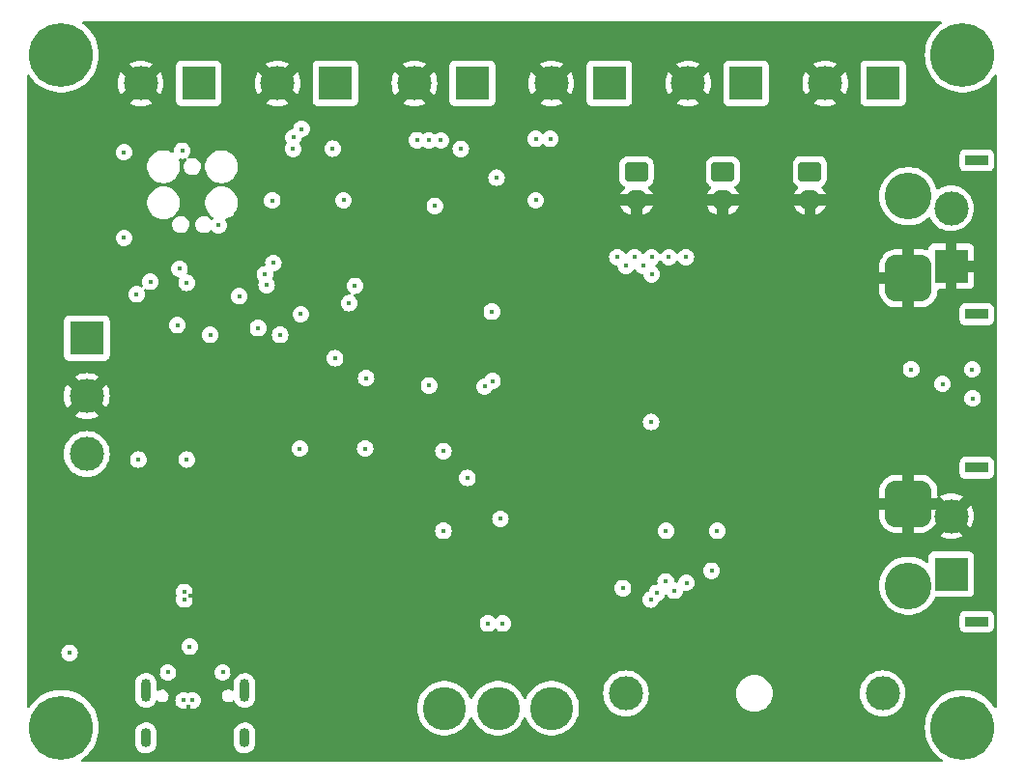
<source format=gbr>
%TF.GenerationSoftware,KiCad,Pcbnew,7.0.1*%
%TF.CreationDate,2023-07-17T00:50:59+01:00*%
%TF.ProjectId,Power Board,506f7765-7220-4426-9f61-72642e6b6963,rev?*%
%TF.SameCoordinates,Original*%
%TF.FileFunction,Copper,L2,Inr*%
%TF.FilePolarity,Positive*%
%FSLAX46Y46*%
G04 Gerber Fmt 4.6, Leading zero omitted, Abs format (unit mm)*
G04 Created by KiCad (PCBNEW 7.0.1) date 2023-07-17 00:50:59*
%MOMM*%
%LPD*%
G01*
G04 APERTURE LIST*
G04 Aperture macros list*
%AMRoundRect*
0 Rectangle with rounded corners*
0 $1 Rounding radius*
0 $2 $3 $4 $5 $6 $7 $8 $9 X,Y pos of 4 corners*
0 Add a 4 corners polygon primitive as box body*
4,1,4,$2,$3,$4,$5,$6,$7,$8,$9,$2,$3,0*
0 Add four circle primitives for the rounded corners*
1,1,$1+$1,$2,$3*
1,1,$1+$1,$4,$5*
1,1,$1+$1,$6,$7*
1,1,$1+$1,$8,$9*
0 Add four rect primitives between the rounded corners*
20,1,$1+$1,$2,$3,$4,$5,0*
20,1,$1+$1,$4,$5,$6,$7,0*
20,1,$1+$1,$6,$7,$8,$9,0*
20,1,$1+$1,$8,$9,$2,$3,0*%
G04 Aperture macros list end*
%TA.AperFunction,ComponentPad*%
%ADD10R,3.000000X3.000000*%
%TD*%
%TA.AperFunction,ComponentPad*%
%ADD11C,3.000000*%
%TD*%
%TA.AperFunction,ComponentPad*%
%ADD12C,3.781000*%
%TD*%
%TA.AperFunction,ComponentPad*%
%ADD13RoundRect,1.025000X-1.025000X1.025000X-1.025000X-1.025000X1.025000X-1.025000X1.025000X1.025000X0*%
%TD*%
%TA.AperFunction,ComponentPad*%
%ADD14C,4.100000*%
%TD*%
%TA.AperFunction,ComponentPad*%
%ADD15R,2.000000X0.900000*%
%TD*%
%TA.AperFunction,ComponentPad*%
%ADD16C,5.600000*%
%TD*%
%TA.AperFunction,ComponentPad*%
%ADD17O,0.900000X2.000000*%
%TD*%
%TA.AperFunction,ComponentPad*%
%ADD18O,0.900000X1.700000*%
%TD*%
%TA.AperFunction,ComponentPad*%
%ADD19RoundRect,0.250000X-0.750000X0.600000X-0.750000X-0.600000X0.750000X-0.600000X0.750000X0.600000X0*%
%TD*%
%TA.AperFunction,ComponentPad*%
%ADD20O,2.000000X1.700000*%
%TD*%
%TA.AperFunction,ViaPad*%
%ADD21C,0.450000*%
%TD*%
G04 APERTURE END LIST*
D10*
%TO.N,VOUT*%
%TO.C,J214*%
X148540000Y-73000000D03*
D11*
%TO.N,GND*%
X143460000Y-73000000D03*
%TD*%
D12*
%TO.N,/Power/VBAT_SWITCHED*%
%TO.C,SW201*%
X146101000Y-127800000D03*
%TO.N,/Power/VBAT_FUSED*%
X150800000Y-127800000D03*
%TO.N,unconnected-(SW201-C-Pad3)*%
X155499000Y-127800000D03*
%TD*%
D10*
%TO.N,GND*%
%TO.C,J215*%
X190500000Y-89040000D03*
D11*
%TO.N,/Power/12V_OUT*%
X190500000Y-83960000D03*
%TD*%
D10*
%TO.N,VBAT_RAW*%
%TO.C,J204*%
X190500000Y-116040000D03*
D11*
%TO.N,GND*%
X190500000Y-110960000D03*
%TD*%
D13*
%TO.N,GND*%
%TO.C,J201*%
X186750000Y-90100000D03*
D14*
%TO.N,/Power/12V_OUT*%
X186750000Y-82900000D03*
D15*
%TO.N,unconnected-(J201-PadSH1)*%
X192750000Y-93250000D03*
%TO.N,unconnected-(J201-PadSH2)*%
X192750000Y-79750000D03*
%TD*%
D11*
%TO.N,VBAT_RAW*%
%TO.C,F201*%
X184500000Y-126500000D03*
%TO.N,/Power/VBAT_FUSED*%
X162000000Y-126500000D03*
%TD*%
D10*
%TO.N,VOUT*%
%TO.C,J211*%
X136540000Y-73000000D03*
D11*
%TO.N,GND*%
X131460000Y-73000000D03*
%TD*%
D10*
%TO.N,VOUT*%
%TO.C,J207*%
X160540000Y-73000000D03*
D11*
%TO.N,GND*%
X155460000Y-73000000D03*
%TD*%
D10*
%TO.N,VOUT*%
%TO.C,J213*%
X184540000Y-73000000D03*
D11*
%TO.N,GND*%
X179460000Y-73000000D03*
%TD*%
D10*
%TO.N,VOUT*%
%TO.C,J208*%
X124540000Y-73000000D03*
D11*
%TO.N,GND*%
X119460000Y-73000000D03*
%TD*%
D10*
%TO.N,/Control/CANH*%
%TO.C,J303*%
X114750000Y-95340000D03*
D11*
%TO.N,GND*%
X114750000Y-100420000D03*
%TO.N,/Control/CANL*%
X114750000Y-105500000D03*
%TD*%
D10*
%TO.N,VOUT*%
%TO.C,J210*%
X172540000Y-73000000D03*
D11*
%TO.N,GND*%
X167460000Y-73000000D03*
%TD*%
D16*
%TO.N,unconnected-(H101-Pad1)*%
%TO.C,H101*%
X191500000Y-70500000D03*
%TD*%
D17*
%TO.N,unconnected-(J302-SHIELD-PadS1)*%
%TO.C,J302*%
X119925000Y-126242500D03*
%TO.N,unconnected-(J302-SHIELD-PadS2)*%
X128575000Y-126242500D03*
D18*
%TO.N,unconnected-(J302-SHIELD-PadS3)*%
X119925000Y-130412500D03*
%TO.N,unconnected-(J302-SHIELD-PadS4)*%
X128575000Y-130412500D03*
%TD*%
D19*
%TO.N,+5V*%
%TO.C,J206*%
X170500000Y-80750000D03*
D20*
%TO.N,GND*%
X170500000Y-83250000D03*
%TD*%
D16*
%TO.N,unconnected-(H102-Pad1)*%
%TO.C,H102*%
X112500000Y-70500000D03*
%TD*%
D19*
%TO.N,+5V*%
%TO.C,J202*%
X178125000Y-80725000D03*
D20*
%TO.N,GND*%
X178125000Y-83225000D03*
%TD*%
D16*
%TO.N,unconnected-(H104-Pad1)*%
%TO.C,H104*%
X112500000Y-129500000D03*
%TD*%
D19*
%TO.N,+5V*%
%TO.C,J205*%
X162925000Y-80750000D03*
D20*
%TO.N,GND*%
X162925000Y-83250000D03*
%TD*%
D16*
%TO.N,unconnected-(H103-Pad1)*%
%TO.C,H103*%
X191500000Y-129500000D03*
%TD*%
D13*
%TO.N,GND*%
%TO.C,J203*%
X186750000Y-109860000D03*
D14*
%TO.N,VBAT_RAW*%
X186750000Y-117060000D03*
D15*
%TO.N,unconnected-(J203-PadSH1)*%
X192750000Y-106710000D03*
%TO.N,unconnected-(J203-PadSH2)*%
X192750000Y-120210000D03*
%TD*%
D21*
%TO.N,GND*%
X128975000Y-111500000D03*
X152500000Y-116500000D03*
X154200000Y-96300000D03*
X170300000Y-91800000D03*
X154500000Y-120500000D03*
X129200000Y-102200000D03*
X168300000Y-114000000D03*
X150500000Y-116500000D03*
X138250000Y-98860000D03*
X171261629Y-114938060D03*
X160500000Y-114500000D03*
X157900000Y-77900000D03*
X161987000Y-91744000D03*
X163100000Y-92581000D03*
X162500000Y-120500000D03*
X176500000Y-118500000D03*
X160500000Y-116500000D03*
X125700000Y-92950000D03*
X164700000Y-115500000D03*
X172500000Y-120500000D03*
X155000000Y-97100000D03*
X163687000Y-91744000D03*
X177000000Y-106100000D03*
X156500000Y-122500000D03*
X160250000Y-96150000D03*
X174500000Y-116500000D03*
X164500000Y-122500000D03*
X148031254Y-98944242D03*
X182500000Y-110500000D03*
X148500000Y-122500000D03*
X134520000Y-77000000D03*
X162500000Y-116500000D03*
X172025035Y-115999065D03*
X172500000Y-122500000D03*
X182500000Y-112500000D03*
X124065000Y-86140000D03*
X112625000Y-89825000D03*
X186996968Y-99365489D03*
X170500000Y-120500000D03*
X155000000Y-96300000D03*
X175200000Y-96650000D03*
X123856331Y-117940179D03*
X124550000Y-116500000D03*
X158500000Y-116500000D03*
X154750000Y-87200000D03*
X140130000Y-105040000D03*
X160500000Y-118500000D03*
X179255001Y-100794999D03*
X176200000Y-106900000D03*
X156050000Y-90250000D03*
X124475000Y-114000000D03*
X124762779Y-122407988D03*
X146430000Y-98750000D03*
X180500000Y-114500000D03*
X178500000Y-114500000D03*
X182500000Y-108500000D03*
X178500000Y-120500000D03*
X135725000Y-114000000D03*
X136290000Y-77770000D03*
X176500000Y-122500000D03*
X160500000Y-120500000D03*
X150650000Y-83270000D03*
X178500000Y-116500000D03*
X155350000Y-83300000D03*
X155800000Y-97100000D03*
X129200000Y-105200000D03*
X192345000Y-101905000D03*
X146430000Y-97740000D03*
X149380000Y-82750000D03*
X123633506Y-127646223D03*
X140225000Y-111500000D03*
X178500000Y-118500000D03*
X164500000Y-120500000D03*
X154200000Y-97100000D03*
X156500000Y-120500000D03*
X178500000Y-122500000D03*
X174500000Y-120500000D03*
X174500000Y-118500000D03*
X167200000Y-114000000D03*
X129760000Y-93510000D03*
X176500000Y-120500000D03*
X134380000Y-105040000D03*
X176500000Y-116500000D03*
X174500000Y-122500000D03*
X162500000Y-122500000D03*
X180500000Y-106500000D03*
X152500000Y-118500000D03*
X154500000Y-116500000D03*
X173088000Y-92612000D03*
X112625000Y-82325000D03*
X168500000Y-122500000D03*
X155800000Y-96300000D03*
X150500000Y-122500000D03*
X170500000Y-122500000D03*
X158500000Y-122500000D03*
X118000000Y-83450000D03*
X121053389Y-124660260D03*
X176200000Y-106100000D03*
X152500000Y-122500000D03*
X172500000Y-118500000D03*
X137350000Y-109250000D03*
X126100000Y-109250000D03*
X154500000Y-118500000D03*
X148500000Y-116500000D03*
X158500000Y-120500000D03*
X142040000Y-98750000D03*
X173675000Y-91775000D03*
X166500000Y-122500000D03*
X152700000Y-99500000D03*
X160500000Y-122500000D03*
X171975000Y-91775000D03*
X177000000Y-106900000D03*
X152500000Y-120500000D03*
X168500000Y-120500000D03*
X184500000Y-106500000D03*
X150650000Y-82230000D03*
X166500000Y-120500000D03*
X165200000Y-96650000D03*
X135540000Y-77010000D03*
X135500000Y-129725000D03*
X177800000Y-106900000D03*
X142030000Y-97750000D03*
X135800000Y-116500000D03*
X170250000Y-96150000D03*
X183050000Y-98750000D03*
X127455098Y-124658043D03*
X154500000Y-122500000D03*
X130500000Y-92890000D03*
X160312000Y-91769000D03*
X158500000Y-118500000D03*
X177800000Y-106100000D03*
X118000000Y-90950000D03*
X118250000Y-124250000D03*
X129200000Y-99200000D03*
X150250000Y-93990000D03*
%TO.N,VBAT*%
X146000000Y-112250000D03*
X146000000Y-105250000D03*
%TO.N,+12V*%
X170000000Y-112250000D03*
X169500000Y-115750000D03*
%TO.N,+5V*%
X145250000Y-83750000D03*
X128110000Y-91670000D03*
X138250000Y-90750000D03*
%TO.N,VBUS*%
X121850154Y-124660544D03*
X126656284Y-124663100D03*
%TO.N,NRST*%
X123500000Y-90500000D03*
X137730000Y-92280000D03*
%TO.N,/Control/CC2*%
X131000000Y-83274500D03*
X137250000Y-83250000D03*
%TO.N,USB_DN*%
X123220000Y-127120000D03*
X123290000Y-117608176D03*
%TO.N,USB_DP*%
X124000000Y-127110000D03*
X123290000Y-118258176D03*
%TO.N,SWO*%
X131100000Y-88750000D03*
X126300000Y-85450000D03*
%TO.N,SCL*%
X192345000Y-98095000D03*
X154092436Y-77868732D03*
X151180000Y-120376327D03*
X145787486Y-78000475D03*
X166250000Y-117500000D03*
%TO.N,SDA*%
X167300000Y-116800000D03*
X144712317Y-77997067D03*
X149910000Y-120375316D03*
X155365866Y-77870502D03*
X189750000Y-99365000D03*
%TO.N,SILENT*%
X125560000Y-95060000D03*
X133500000Y-93250000D03*
X131690000Y-95060000D03*
X122679664Y-94207402D03*
%TO.N,ALT*%
X149600000Y-99600000D03*
X165482872Y-116675372D03*
%TO.N,+3.3V*%
X150250000Y-93030000D03*
X118000000Y-86550000D03*
X151000000Y-111200000D03*
X136290000Y-78730000D03*
X118000000Y-79050000D03*
X154089773Y-83255269D03*
X139150000Y-105040000D03*
X167250000Y-88250000D03*
X163500000Y-89000000D03*
X162750000Y-88250000D03*
X161250000Y-88250000D03*
X132830000Y-78750000D03*
X164250000Y-88250000D03*
X147530000Y-78750000D03*
X164250000Y-89750000D03*
X113230991Y-122949839D03*
X120310000Y-90400000D03*
X129760000Y-94470000D03*
X165750000Y-88250000D03*
X123770271Y-122400000D03*
X133570000Y-77000000D03*
X123100000Y-78900000D03*
X150650000Y-81280000D03*
X164700000Y-117700000D03*
X162000000Y-89000000D03*
X144750000Y-99500000D03*
X136500000Y-97100000D03*
X143690000Y-77990000D03*
X132840000Y-77760000D03*
X139220000Y-98850000D03*
X192379859Y-100635000D03*
X133410000Y-105040000D03*
X186998861Y-98092476D03*
%TO.N,BTN*%
X122870000Y-89270000D03*
X130350000Y-89750000D03*
%TO.N,BOOT0*%
X119100000Y-91500000D03*
X130500000Y-90700000D03*
%TO.N,VDD*%
X164175500Y-118264764D03*
X165500000Y-112250000D03*
%TO.N,12V_EN*%
X148100000Y-107600000D03*
X161730000Y-117270000D03*
%TO.N,12V_OUT_EN*%
X150300000Y-99100000D03*
X164200000Y-102700000D03*
%TO.N,VBUS{slash}11*%
X123500000Y-106000000D03*
X119260000Y-106000000D03*
%TD*%
%TA.AperFunction,Conductor*%
%TO.N,GND*%
G36*
X189618104Y-67565080D02*
G01*
X189662955Y-67606653D01*
X189682482Y-67664606D01*
X189671935Y-67724844D01*
X189633879Y-67772714D01*
X189570058Y-67821230D01*
X189360161Y-67980789D01*
X189100332Y-68226913D01*
X188868636Y-68499686D01*
X188667786Y-68795919D01*
X188500146Y-69112118D01*
X188367674Y-69444598D01*
X188271930Y-69789440D01*
X188214027Y-70142635D01*
X188194651Y-70499999D01*
X188214027Y-70857364D01*
X188271930Y-71210559D01*
X188367674Y-71555401D01*
X188500146Y-71887881D01*
X188667786Y-72204080D01*
X188667789Y-72204085D01*
X188772793Y-72358955D01*
X188868636Y-72500313D01*
X189100332Y-72773086D01*
X189360161Y-73019210D01*
X189645081Y-73235800D01*
X189951747Y-73420315D01*
X190276565Y-73570591D01*
X190615726Y-73684868D01*
X190965254Y-73761805D01*
X191286151Y-73796704D01*
X191321051Y-73800500D01*
X191321052Y-73800500D01*
X191678948Y-73800500D01*
X191678949Y-73800500D01*
X191710730Y-73797043D01*
X192034746Y-73761805D01*
X192384274Y-73684868D01*
X192723435Y-73570591D01*
X193048253Y-73420315D01*
X193354919Y-73235800D01*
X193639837Y-73019211D01*
X193899668Y-72773086D01*
X194131365Y-72500311D01*
X194272866Y-72291611D01*
X194319804Y-72250411D01*
X194380871Y-72237315D01*
X194440576Y-72255647D01*
X194483771Y-72300756D01*
X194499500Y-72361199D01*
X194499500Y-127638801D01*
X194483771Y-127699244D01*
X194440576Y-127744353D01*
X194380871Y-127762685D01*
X194319804Y-127749589D01*
X194272866Y-127708388D01*
X194266666Y-127699244D01*
X194131365Y-127499689D01*
X194131363Y-127499686D01*
X193912628Y-127242172D01*
X193899668Y-127226914D01*
X193817292Y-127148883D01*
X193639838Y-126980789D01*
X193354918Y-126764199D01*
X193048250Y-126579683D01*
X192723439Y-126429411D01*
X192723440Y-126429411D01*
X192723435Y-126429409D01*
X192384274Y-126315132D01*
X192384273Y-126315131D01*
X192384271Y-126315131D01*
X192083161Y-126248852D01*
X192034746Y-126238195D01*
X191817516Y-126214570D01*
X191678949Y-126199500D01*
X191678948Y-126199500D01*
X191321052Y-126199500D01*
X191321051Y-126199500D01*
X190965254Y-126238195D01*
X190615728Y-126315131D01*
X190502682Y-126353221D01*
X190276565Y-126429409D01*
X190276562Y-126429410D01*
X190276560Y-126429411D01*
X189951749Y-126579683D01*
X189645081Y-126764199D01*
X189360161Y-126980789D01*
X189100332Y-127226913D01*
X188868636Y-127499686D01*
X188667786Y-127795919D01*
X188500146Y-128112118D01*
X188367674Y-128444598D01*
X188271930Y-128789440D01*
X188214027Y-129142635D01*
X188194651Y-129500000D01*
X188214027Y-129857364D01*
X188271930Y-130210559D01*
X188367674Y-130555401D01*
X188500146Y-130887881D01*
X188667786Y-131204080D01*
X188868636Y-131500313D01*
X189100332Y-131773086D01*
X189360161Y-132019210D01*
X189645081Y-132235800D01*
X189700677Y-132269251D01*
X189745018Y-132315057D01*
X189760740Y-132376843D01*
X189743684Y-132438274D01*
X189698359Y-132483110D01*
X189636747Y-132499500D01*
X114363253Y-132499500D01*
X114301641Y-132483110D01*
X114256316Y-132438274D01*
X114239260Y-132376843D01*
X114254982Y-132315057D01*
X114299322Y-132269251D01*
X114354919Y-132235800D01*
X114639837Y-132019211D01*
X114899668Y-131773086D01*
X115131365Y-131500311D01*
X115332211Y-131204085D01*
X115424597Y-131029826D01*
X115499853Y-130887881D01*
X115510680Y-130860706D01*
X118974500Y-130860706D01*
X118979427Y-130909155D01*
X118989155Y-131004823D01*
X119018551Y-131098512D01*
X119047026Y-131189268D01*
X119140841Y-131358291D01*
X119266760Y-131504968D01*
X119266763Y-131504970D01*
X119419624Y-131623295D01*
X119503050Y-131664217D01*
X119593184Y-131708430D01*
X119780326Y-131756885D01*
X119973390Y-131766676D01*
X119973390Y-131766675D01*
X119973391Y-131766676D01*
X120164474Y-131737403D01*
X120164474Y-131737402D01*
X120345753Y-131670264D01*
X120509807Y-131568009D01*
X120649919Y-131434823D01*
X120760353Y-131276158D01*
X120836587Y-131098512D01*
X120875500Y-130909156D01*
X120875500Y-130860706D01*
X127624500Y-130860706D01*
X127629427Y-130909155D01*
X127639155Y-131004823D01*
X127668551Y-131098512D01*
X127697026Y-131189268D01*
X127790841Y-131358291D01*
X127916760Y-131504968D01*
X127916763Y-131504970D01*
X128069624Y-131623295D01*
X128153050Y-131664217D01*
X128243184Y-131708430D01*
X128430326Y-131756885D01*
X128623390Y-131766676D01*
X128623390Y-131766675D01*
X128623391Y-131766676D01*
X128814474Y-131737403D01*
X128814474Y-131737402D01*
X128995753Y-131670264D01*
X129159807Y-131568009D01*
X129299919Y-131434823D01*
X129410353Y-131276158D01*
X129486587Y-131098512D01*
X129525500Y-130909156D01*
X129525500Y-129964294D01*
X129510845Y-129820179D01*
X129452974Y-129635732D01*
X129359159Y-129466709D01*
X129233240Y-129320032D01*
X129224289Y-129313104D01*
X129080375Y-129201704D01*
X128906816Y-129116570D01*
X128906815Y-129116569D01*
X128719674Y-129068115D01*
X128700090Y-129067121D01*
X128526608Y-129058323D01*
X128335525Y-129087596D01*
X128154247Y-129154735D01*
X127990196Y-129256988D01*
X127850079Y-129390178D01*
X127739647Y-129548841D01*
X127663412Y-129726488D01*
X127644160Y-129820176D01*
X127624500Y-129915844D01*
X127624500Y-130860706D01*
X120875500Y-130860706D01*
X120875500Y-129964294D01*
X120860845Y-129820179D01*
X120802974Y-129635732D01*
X120709159Y-129466709D01*
X120583240Y-129320032D01*
X120574289Y-129313104D01*
X120430375Y-129201704D01*
X120256816Y-129116570D01*
X120256815Y-129116569D01*
X120069674Y-129068115D01*
X120050090Y-129067121D01*
X119876608Y-129058323D01*
X119685525Y-129087596D01*
X119504247Y-129154735D01*
X119340196Y-129256988D01*
X119200079Y-129390178D01*
X119089647Y-129548841D01*
X119013412Y-129726488D01*
X118994160Y-129820176D01*
X118974500Y-129915844D01*
X118974500Y-130860706D01*
X115510680Y-130860706D01*
X115632325Y-130555401D01*
X115728069Y-130210559D01*
X115728068Y-130210559D01*
X115728071Y-130210552D01*
X115785972Y-129857371D01*
X115805348Y-129500000D01*
X115785972Y-129142629D01*
X115728071Y-128789448D01*
X115698218Y-128681926D01*
X115632325Y-128444598D01*
X115499853Y-128112118D01*
X115332213Y-127795919D01*
X115332211Y-127795915D01*
X115131365Y-127499689D01*
X115131363Y-127499686D01*
X114912628Y-127242172D01*
X114899668Y-127226914D01*
X114817292Y-127148883D01*
X114639838Y-126980789D01*
X114455559Y-126840704D01*
X118974500Y-126840704D01*
X118989155Y-126984823D01*
X119018551Y-127078512D01*
X119047026Y-127169268D01*
X119079022Y-127226914D01*
X119137994Y-127333163D01*
X119140841Y-127338291D01*
X119266760Y-127484968D01*
X119266763Y-127484970D01*
X119419624Y-127603295D01*
X119484714Y-127635223D01*
X119593184Y-127688430D01*
X119780326Y-127736885D01*
X119973390Y-127746676D01*
X119973390Y-127746675D01*
X119973391Y-127746676D01*
X120164474Y-127717403D01*
X120236287Y-127690806D01*
X120345753Y-127650264D01*
X120509807Y-127548009D01*
X120649919Y-127414823D01*
X120760353Y-127256158D01*
X120791052Y-127184618D01*
X120828080Y-127136263D01*
X120883665Y-127111369D01*
X120944398Y-127115943D01*
X120995627Y-127148883D01*
X121009319Y-127163544D01*
X121043978Y-127184620D01*
X121138618Y-127242172D01*
X121284335Y-127283000D01*
X121397658Y-127283000D01*
X121509920Y-127267570D01*
X121648720Y-127207280D01*
X121756002Y-127120000D01*
X122489908Y-127120000D01*
X122508213Y-127282461D01*
X122562209Y-127436772D01*
X122582759Y-127469477D01*
X122649192Y-127575204D01*
X122764796Y-127690808D01*
X122887312Y-127767790D01*
X122903227Y-127777790D01*
X123057538Y-127831786D01*
X123220000Y-127850091D01*
X123382461Y-127831786D01*
X123536775Y-127777789D01*
X123551984Y-127768231D01*
X123617955Y-127749225D01*
X123669702Y-127764133D01*
X123670038Y-127763175D01*
X123837538Y-127821786D01*
X124000000Y-127840091D01*
X124162461Y-127821786D01*
X124224722Y-127800000D01*
X143705272Y-127800000D01*
X143724163Y-128100259D01*
X143780539Y-128395795D01*
X143852511Y-128617301D01*
X143873509Y-128681926D01*
X143924105Y-128789448D01*
X144001611Y-128954156D01*
X144067718Y-129058323D01*
X144162816Y-129208173D01*
X144255354Y-129320032D01*
X144354589Y-129439987D01*
X144573907Y-129645941D01*
X144817304Y-129822779D01*
X144880227Y-129857371D01*
X145080949Y-129967719D01*
X145220814Y-130023095D01*
X145360679Y-130078472D01*
X145514473Y-130117959D01*
X145652086Y-130153292D01*
X145900113Y-130184625D01*
X145950570Y-130191000D01*
X145950571Y-130191000D01*
X146251429Y-130191000D01*
X146251430Y-130191000D01*
X146294590Y-130185547D01*
X146549914Y-130153292D01*
X146841320Y-130078472D01*
X147121051Y-129967719D01*
X147384695Y-129822779D01*
X147517228Y-129726488D01*
X147628092Y-129645941D01*
X147731493Y-129548841D01*
X147847410Y-129439988D01*
X148039184Y-129208173D01*
X148200392Y-128954150D01*
X148328491Y-128681926D01*
X148332570Y-128669371D01*
X148365615Y-128617301D01*
X148419662Y-128587588D01*
X148481338Y-128587588D01*
X148535385Y-128617301D01*
X148568429Y-128669371D01*
X148572509Y-128681926D01*
X148623105Y-128789448D01*
X148700611Y-128954156D01*
X148766718Y-129058323D01*
X148861816Y-129208173D01*
X148954354Y-129320032D01*
X149053589Y-129439987D01*
X149272907Y-129645941D01*
X149516304Y-129822779D01*
X149579227Y-129857371D01*
X149779949Y-129967719D01*
X149919814Y-130023095D01*
X150059679Y-130078472D01*
X150213473Y-130117959D01*
X150351086Y-130153292D01*
X150599113Y-130184625D01*
X150649570Y-130191000D01*
X150649571Y-130191000D01*
X150950429Y-130191000D01*
X150950430Y-130191000D01*
X150993590Y-130185547D01*
X151248914Y-130153292D01*
X151540320Y-130078472D01*
X151820051Y-129967719D01*
X152083695Y-129822779D01*
X152216228Y-129726488D01*
X152327092Y-129645941D01*
X152430493Y-129548841D01*
X152546410Y-129439988D01*
X152738184Y-129208173D01*
X152899392Y-128954150D01*
X153027491Y-128681926D01*
X153031570Y-128669371D01*
X153064615Y-128617301D01*
X153118662Y-128587588D01*
X153180338Y-128587588D01*
X153234385Y-128617301D01*
X153267429Y-128669371D01*
X153271509Y-128681926D01*
X153322105Y-128789448D01*
X153399611Y-128954156D01*
X153465718Y-129058323D01*
X153560816Y-129208173D01*
X153653354Y-129320032D01*
X153752589Y-129439987D01*
X153971907Y-129645941D01*
X154215304Y-129822779D01*
X154278227Y-129857371D01*
X154478949Y-129967719D01*
X154618814Y-130023095D01*
X154758679Y-130078472D01*
X154912473Y-130117959D01*
X155050086Y-130153292D01*
X155298113Y-130184625D01*
X155348570Y-130191000D01*
X155348571Y-130191000D01*
X155649429Y-130191000D01*
X155649430Y-130191000D01*
X155692590Y-130185547D01*
X155947914Y-130153292D01*
X156239320Y-130078472D01*
X156519051Y-129967719D01*
X156782695Y-129822779D01*
X156915228Y-129726488D01*
X157026092Y-129645941D01*
X157129493Y-129548841D01*
X157245410Y-129439988D01*
X157437184Y-129208173D01*
X157598392Y-128954150D01*
X157726491Y-128681926D01*
X157819461Y-128395793D01*
X157875836Y-128100264D01*
X157894727Y-127800000D01*
X157875836Y-127499736D01*
X157819461Y-127204207D01*
X157726491Y-126918074D01*
X157598392Y-126645850D01*
X157581634Y-126619444D01*
X157505833Y-126500000D01*
X159994389Y-126500000D01*
X160014804Y-126785429D01*
X160075629Y-127065041D01*
X160092398Y-127110000D01*
X160151168Y-127267569D01*
X160175634Y-127333163D01*
X160312772Y-127584313D01*
X160362143Y-127650264D01*
X160484261Y-127813395D01*
X160686605Y-128015739D01*
X160858415Y-128144354D01*
X160915686Y-128187227D01*
X161018860Y-128243564D01*
X161166839Y-128324367D01*
X161434954Y-128424369D01*
X161434957Y-128424369D01*
X161434958Y-128424370D01*
X161487217Y-128435738D01*
X161714572Y-128485196D01*
X162000000Y-128505610D01*
X162285428Y-128485196D01*
X162565046Y-128424369D01*
X162833161Y-128324367D01*
X163084315Y-128187226D01*
X163313395Y-128015739D01*
X163515739Y-127813395D01*
X163687226Y-127584315D01*
X163824367Y-127333161D01*
X163924369Y-127065046D01*
X163985196Y-126785428D01*
X164005610Y-126500000D01*
X171644551Y-126500000D01*
X171664317Y-126751149D01*
X171723126Y-126996110D01*
X171757258Y-127078511D01*
X171819534Y-127228859D01*
X171951164Y-127443659D01*
X172114776Y-127635224D01*
X172306341Y-127798836D01*
X172521141Y-127930466D01*
X172753889Y-128026873D01*
X172998852Y-128085683D01*
X173187118Y-128100500D01*
X173312879Y-128100500D01*
X173312882Y-128100500D01*
X173501148Y-128085683D01*
X173746111Y-128026873D01*
X173978859Y-127930466D01*
X174193659Y-127798836D01*
X174385224Y-127635224D01*
X174548836Y-127443659D01*
X174680466Y-127228859D01*
X174776873Y-126996111D01*
X174835683Y-126751148D01*
X174855449Y-126500000D01*
X182494389Y-126500000D01*
X182514804Y-126785429D01*
X182575629Y-127065041D01*
X182592398Y-127110000D01*
X182651168Y-127267569D01*
X182675634Y-127333163D01*
X182812772Y-127584313D01*
X182862143Y-127650264D01*
X182984261Y-127813395D01*
X183186605Y-128015739D01*
X183358415Y-128144354D01*
X183415686Y-128187227D01*
X183518860Y-128243564D01*
X183666839Y-128324367D01*
X183934954Y-128424369D01*
X183934957Y-128424369D01*
X183934958Y-128424370D01*
X183987217Y-128435738D01*
X184214572Y-128485196D01*
X184500000Y-128505610D01*
X184785428Y-128485196D01*
X185065046Y-128424369D01*
X185333161Y-128324367D01*
X185584315Y-128187226D01*
X185813395Y-128015739D01*
X186015739Y-127813395D01*
X186187226Y-127584315D01*
X186324367Y-127333161D01*
X186424369Y-127065046D01*
X186485196Y-126785428D01*
X186505610Y-126500000D01*
X186485196Y-126214572D01*
X186435738Y-125987217D01*
X186424370Y-125934958D01*
X186365537Y-125777221D01*
X186324367Y-125666839D01*
X186245020Y-125521527D01*
X186187227Y-125415686D01*
X186116263Y-125320890D01*
X186015739Y-125186605D01*
X185813395Y-124984261D01*
X185613653Y-124834736D01*
X185584313Y-124812772D01*
X185333163Y-124675634D01*
X185333162Y-124675633D01*
X185333161Y-124675633D01*
X185065046Y-124575631D01*
X185065041Y-124575629D01*
X184785429Y-124514804D01*
X184500000Y-124494389D01*
X184214570Y-124514804D01*
X183934958Y-124575629D01*
X183666836Y-124675634D01*
X183415686Y-124812772D01*
X183186602Y-124984263D01*
X182984263Y-125186602D01*
X182812772Y-125415686D01*
X182675634Y-125666836D01*
X182575629Y-125934958D01*
X182514804Y-126214570D01*
X182494389Y-126500000D01*
X174855449Y-126500000D01*
X174835683Y-126248852D01*
X174776873Y-126003889D01*
X174680466Y-125771141D01*
X174548836Y-125556341D01*
X174385224Y-125364776D01*
X174193659Y-125201164D01*
X173978859Y-125069534D01*
X173811066Y-125000032D01*
X173746110Y-124973126D01*
X173501149Y-124914317D01*
X173454081Y-124910612D01*
X173312882Y-124899500D01*
X173187118Y-124899500D01*
X173074158Y-124908390D01*
X172998850Y-124914317D01*
X172753889Y-124973126D01*
X172521139Y-125069535D01*
X172306342Y-125201163D01*
X172114776Y-125364776D01*
X171951163Y-125556342D01*
X171819535Y-125771139D01*
X171723126Y-126003889D01*
X171664317Y-126248850D01*
X171644551Y-126500000D01*
X164005610Y-126500000D01*
X163985196Y-126214572D01*
X163935738Y-125987217D01*
X163924370Y-125934958D01*
X163865537Y-125777221D01*
X163824367Y-125666839D01*
X163745020Y-125521527D01*
X163687227Y-125415686D01*
X163616263Y-125320890D01*
X163515739Y-125186605D01*
X163313395Y-124984261D01*
X163113653Y-124834736D01*
X163084313Y-124812772D01*
X162833163Y-124675634D01*
X162833162Y-124675633D01*
X162833161Y-124675633D01*
X162565046Y-124575631D01*
X162565041Y-124575629D01*
X162285429Y-124514804D01*
X162000000Y-124494389D01*
X161714570Y-124514804D01*
X161434958Y-124575629D01*
X161166836Y-124675634D01*
X160915686Y-124812772D01*
X160686602Y-124984263D01*
X160484263Y-125186602D01*
X160312772Y-125415686D01*
X160175634Y-125666836D01*
X160075629Y-125934958D01*
X160014804Y-126214570D01*
X159994389Y-126500000D01*
X157505833Y-126500000D01*
X157437184Y-126391827D01*
X157245410Y-126160012D01*
X157079156Y-126003889D01*
X157026092Y-125954058D01*
X156782695Y-125777220D01*
X156519049Y-125632280D01*
X156239320Y-125521527D01*
X155947916Y-125446708D01*
X155649430Y-125409000D01*
X155649429Y-125409000D01*
X155348571Y-125409000D01*
X155348570Y-125409000D01*
X155050083Y-125446708D01*
X154758679Y-125521527D01*
X154478950Y-125632280D01*
X154215304Y-125777220D01*
X153971907Y-125954058D01*
X153752589Y-126160012D01*
X153560815Y-126391828D01*
X153399611Y-126645843D01*
X153271507Y-126918078D01*
X153267431Y-126930625D01*
X153234384Y-126982699D01*
X153180338Y-127012411D01*
X153118662Y-127012411D01*
X153064616Y-126982699D01*
X153031569Y-126930625D01*
X153027492Y-126918078D01*
X153027491Y-126918074D01*
X152899392Y-126645850D01*
X152882634Y-126619444D01*
X152806833Y-126500000D01*
X152738184Y-126391827D01*
X152546410Y-126160012D01*
X152380156Y-126003889D01*
X152327092Y-125954058D01*
X152083695Y-125777220D01*
X151820049Y-125632280D01*
X151540320Y-125521527D01*
X151248916Y-125446708D01*
X150950430Y-125409000D01*
X150950429Y-125409000D01*
X150649571Y-125409000D01*
X150649570Y-125409000D01*
X150351083Y-125446708D01*
X150059679Y-125521527D01*
X149779950Y-125632280D01*
X149516304Y-125777220D01*
X149272907Y-125954058D01*
X149053589Y-126160012D01*
X148861815Y-126391828D01*
X148700611Y-126645843D01*
X148572507Y-126918078D01*
X148568431Y-126930625D01*
X148535384Y-126982699D01*
X148481338Y-127012411D01*
X148419662Y-127012411D01*
X148365616Y-126982699D01*
X148332569Y-126930625D01*
X148328492Y-126918078D01*
X148328491Y-126918074D01*
X148200392Y-126645850D01*
X148183634Y-126619444D01*
X148107833Y-126500000D01*
X148039184Y-126391827D01*
X147847410Y-126160012D01*
X147681156Y-126003889D01*
X147628092Y-125954058D01*
X147384695Y-125777220D01*
X147121049Y-125632280D01*
X146841320Y-125521527D01*
X146549916Y-125446708D01*
X146251430Y-125409000D01*
X146251429Y-125409000D01*
X145950571Y-125409000D01*
X145950570Y-125409000D01*
X145652083Y-125446708D01*
X145360679Y-125521527D01*
X145080950Y-125632280D01*
X144817304Y-125777220D01*
X144573907Y-125954058D01*
X144354589Y-126160012D01*
X144162815Y-126391828D01*
X144001611Y-126645843D01*
X143873507Y-126918078D01*
X143780539Y-127204204D01*
X143724163Y-127499740D01*
X143705272Y-127800000D01*
X124224722Y-127800000D01*
X124316775Y-127767789D01*
X124455204Y-127680808D01*
X124570808Y-127565204D01*
X124657789Y-127426775D01*
X124711786Y-127272461D01*
X124730091Y-127110000D01*
X124717259Y-126996110D01*
X124711786Y-126947538D01*
X124657790Y-126793227D01*
X124643461Y-126770422D01*
X126585618Y-126770422D01*
X126616407Y-126918583D01*
X126616407Y-126918584D01*
X126616408Y-126918585D01*
X126686029Y-127052947D01*
X126775628Y-127148883D01*
X126789321Y-127163545D01*
X126823978Y-127184620D01*
X126918618Y-127242172D01*
X127064335Y-127283000D01*
X127177658Y-127283000D01*
X127289920Y-127267570D01*
X127428720Y-127207280D01*
X127513265Y-127138497D01*
X127561296Y-127114426D01*
X127615004Y-127112932D01*
X127664303Y-127134297D01*
X127699934Y-127174508D01*
X127729022Y-127226914D01*
X127787994Y-127333163D01*
X127790841Y-127338291D01*
X127916760Y-127484968D01*
X127916763Y-127484970D01*
X128069624Y-127603295D01*
X128134714Y-127635223D01*
X128243184Y-127688430D01*
X128430326Y-127736885D01*
X128623390Y-127746676D01*
X128623390Y-127746675D01*
X128623391Y-127746676D01*
X128814474Y-127717403D01*
X128886287Y-127690806D01*
X128995753Y-127650264D01*
X129159807Y-127548009D01*
X129299919Y-127414823D01*
X129410353Y-127256158D01*
X129486587Y-127078512D01*
X129525500Y-126889156D01*
X129525500Y-125644294D01*
X129510845Y-125500179D01*
X129452974Y-125315732D01*
X129359159Y-125146709D01*
X129233240Y-125000032D01*
X129212866Y-124984261D01*
X129080375Y-124881704D01*
X128906816Y-124796570D01*
X128719674Y-124748115D01*
X128700090Y-124747121D01*
X128526608Y-124738323D01*
X128335525Y-124767596D01*
X128154247Y-124834735D01*
X127990196Y-124936988D01*
X127850079Y-125070178D01*
X127739647Y-125228841D01*
X127663412Y-125406488D01*
X127624500Y-125595845D01*
X127624500Y-126162300D01*
X127607533Y-126224910D01*
X127561274Y-126270386D01*
X127498383Y-126286282D01*
X127436072Y-126268248D01*
X127418758Y-126257719D01*
X127361382Y-126222828D01*
X127215665Y-126182000D01*
X127102342Y-126182000D01*
X126990079Y-126197430D01*
X126851280Y-126257719D01*
X126733892Y-126353221D01*
X126646621Y-126476854D01*
X126595946Y-126619442D01*
X126585618Y-126770422D01*
X124643461Y-126770422D01*
X124639551Y-126764200D01*
X124570808Y-126654796D01*
X124455204Y-126539192D01*
X124316775Y-126452211D01*
X124316772Y-126452209D01*
X124162461Y-126398213D01*
X124000000Y-126379908D01*
X123837538Y-126398213D01*
X123683226Y-126452210D01*
X123668011Y-126461770D01*
X123602042Y-126480774D01*
X123550297Y-126465867D01*
X123549962Y-126466825D01*
X123382461Y-126408213D01*
X123220000Y-126389908D01*
X123057538Y-126408213D01*
X122903227Y-126462209D01*
X122764794Y-126549193D01*
X122649193Y-126664794D01*
X122562209Y-126803227D01*
X122508213Y-126957538D01*
X122489908Y-127120000D01*
X121756002Y-127120000D01*
X121766108Y-127111778D01*
X121853377Y-126988147D01*
X121854559Y-126984823D01*
X121878100Y-126918583D01*
X121904054Y-126845556D01*
X121914381Y-126694579D01*
X121904253Y-126645843D01*
X121883592Y-126546416D01*
X121883592Y-126546415D01*
X121813971Y-126412053D01*
X121710680Y-126301456D01*
X121710679Y-126301455D01*
X121710678Y-126301454D01*
X121606652Y-126238195D01*
X121581382Y-126222828D01*
X121435665Y-126182000D01*
X121322342Y-126182000D01*
X121210079Y-126197430D01*
X121055648Y-126264510D01*
X121054665Y-126262248D01*
X121014283Y-126279380D01*
X120946243Y-126268245D01*
X120894667Y-126222491D01*
X120875500Y-126156264D01*
X120875500Y-125644296D01*
X120866556Y-125556341D01*
X120860845Y-125500179D01*
X120802974Y-125315732D01*
X120709159Y-125146709D01*
X120583240Y-125000032D01*
X120562866Y-124984261D01*
X120430375Y-124881704D01*
X120256816Y-124796570D01*
X120069674Y-124748115D01*
X120050090Y-124747121D01*
X119876608Y-124738323D01*
X119685525Y-124767596D01*
X119504247Y-124834735D01*
X119340196Y-124936988D01*
X119200079Y-125070178D01*
X119089647Y-125228841D01*
X119013412Y-125406488D01*
X118974500Y-125595845D01*
X118974500Y-126840704D01*
X114455559Y-126840704D01*
X114354918Y-126764199D01*
X114048250Y-126579683D01*
X113723439Y-126429411D01*
X113723440Y-126429411D01*
X113723435Y-126429409D01*
X113384274Y-126315132D01*
X113384273Y-126315131D01*
X113384271Y-126315131D01*
X113083161Y-126248852D01*
X113034746Y-126238195D01*
X112817516Y-126214570D01*
X112678949Y-126199500D01*
X112678948Y-126199500D01*
X112321052Y-126199500D01*
X112321051Y-126199500D01*
X111965254Y-126238195D01*
X111615728Y-126315131D01*
X111502682Y-126353221D01*
X111276565Y-126429409D01*
X111276562Y-126429410D01*
X111276560Y-126429411D01*
X110951749Y-126579683D01*
X110645081Y-126764199D01*
X110360161Y-126980789D01*
X110100332Y-127226913D01*
X109868636Y-127499686D01*
X109776741Y-127635223D01*
X109733334Y-127699244D01*
X109727134Y-127708388D01*
X109680196Y-127749589D01*
X109619129Y-127762685D01*
X109559424Y-127744353D01*
X109516229Y-127699244D01*
X109500500Y-127638801D01*
X109500500Y-124660544D01*
X121120062Y-124660544D01*
X121138367Y-124823005D01*
X121192363Y-124977316D01*
X121192365Y-124977319D01*
X121279346Y-125115748D01*
X121394950Y-125231352D01*
X121529240Y-125315732D01*
X121533381Y-125318334D01*
X121687692Y-125372330D01*
X121850154Y-125390635D01*
X122012615Y-125372330D01*
X122166929Y-125318333D01*
X122305358Y-125231352D01*
X122420962Y-125115748D01*
X122507943Y-124977319D01*
X122561940Y-124823005D01*
X122579957Y-124663099D01*
X125926192Y-124663099D01*
X125944497Y-124825561D01*
X125998493Y-124979872D01*
X126019043Y-125012577D01*
X126085476Y-125118304D01*
X126201080Y-125233908D01*
X126335443Y-125318334D01*
X126339511Y-125320890D01*
X126493822Y-125374886D01*
X126656284Y-125393191D01*
X126818745Y-125374886D01*
X126973059Y-125320889D01*
X127111488Y-125233908D01*
X127227092Y-125118304D01*
X127314073Y-124979875D01*
X127368070Y-124825561D01*
X127386375Y-124663100D01*
X127368070Y-124500639D01*
X127367175Y-124498082D01*
X127314074Y-124346327D01*
X127312467Y-124343769D01*
X127227092Y-124207896D01*
X127111488Y-124092292D01*
X126973059Y-124005311D01*
X126973056Y-124005309D01*
X126818745Y-123951313D01*
X126656284Y-123933008D01*
X126493822Y-123951313D01*
X126339511Y-124005309D01*
X126201078Y-124092293D01*
X126085477Y-124207894D01*
X125998493Y-124346327D01*
X125944497Y-124500638D01*
X125926192Y-124663099D01*
X122579957Y-124663099D01*
X122580245Y-124660544D01*
X122561940Y-124498083D01*
X122560647Y-124494389D01*
X122507944Y-124343771D01*
X122507943Y-124343769D01*
X122420962Y-124205340D01*
X122305358Y-124089736D01*
X122166929Y-124002755D01*
X122166926Y-124002753D01*
X122012615Y-123948757D01*
X121850154Y-123930452D01*
X121687692Y-123948757D01*
X121533381Y-124002753D01*
X121394948Y-124089737D01*
X121279347Y-124205338D01*
X121192363Y-124343771D01*
X121138367Y-124498082D01*
X121120062Y-124660544D01*
X109500500Y-124660544D01*
X109500500Y-122949838D01*
X112500899Y-122949838D01*
X112519204Y-123112300D01*
X112573200Y-123266611D01*
X112573202Y-123266614D01*
X112660183Y-123405043D01*
X112775787Y-123520647D01*
X112914216Y-123607628D01*
X112914218Y-123607629D01*
X113068529Y-123661625D01*
X113230991Y-123679930D01*
X113393452Y-123661625D01*
X113547766Y-123607628D01*
X113686195Y-123520647D01*
X113801799Y-123405043D01*
X113888780Y-123266614D01*
X113942777Y-123112300D01*
X113961082Y-122949839D01*
X113942777Y-122787378D01*
X113888780Y-122633064D01*
X113801799Y-122494635D01*
X113707163Y-122399999D01*
X123040179Y-122399999D01*
X123058484Y-122562461D01*
X123112480Y-122716772D01*
X123112482Y-122716775D01*
X123199463Y-122855204D01*
X123315067Y-122970808D01*
X123453496Y-123057789D01*
X123453498Y-123057790D01*
X123607809Y-123111786D01*
X123770271Y-123130091D01*
X123932732Y-123111786D01*
X124087046Y-123057789D01*
X124225475Y-122970808D01*
X124341079Y-122855204D01*
X124428060Y-122716775D01*
X124482057Y-122562461D01*
X124500362Y-122400000D01*
X124482057Y-122237539D01*
X124475831Y-122219747D01*
X124428061Y-122083227D01*
X124428060Y-122083225D01*
X124341079Y-121944796D01*
X124225475Y-121829192D01*
X124087046Y-121742211D01*
X124087043Y-121742209D01*
X123932732Y-121688213D01*
X123770271Y-121669908D01*
X123607809Y-121688213D01*
X123453498Y-121742209D01*
X123315065Y-121829193D01*
X123199464Y-121944794D01*
X123112480Y-122083227D01*
X123058484Y-122237538D01*
X123040179Y-122399999D01*
X113707163Y-122399999D01*
X113686195Y-122379031D01*
X113547766Y-122292050D01*
X113547763Y-122292048D01*
X113393452Y-122238052D01*
X113230991Y-122219747D01*
X113068529Y-122238052D01*
X112914218Y-122292048D01*
X112775785Y-122379032D01*
X112660184Y-122494633D01*
X112573200Y-122633066D01*
X112519204Y-122787377D01*
X112500899Y-122949838D01*
X109500500Y-122949838D01*
X109500500Y-120375316D01*
X149179908Y-120375316D01*
X149198213Y-120537777D01*
X149252209Y-120692088D01*
X149272759Y-120724793D01*
X149339192Y-120830520D01*
X149454796Y-120946124D01*
X149593225Y-121033105D01*
X149593227Y-121033106D01*
X149747538Y-121087102D01*
X149910000Y-121105407D01*
X150072461Y-121087102D01*
X150226775Y-121033105D01*
X150365204Y-120946124D01*
X150456813Y-120854515D01*
X150512400Y-120822421D01*
X150576587Y-120822421D01*
X150632175Y-120854514D01*
X150724796Y-120947135D01*
X150861616Y-121033105D01*
X150863227Y-121034117D01*
X151017538Y-121088113D01*
X151180000Y-121106418D01*
X151342461Y-121088113D01*
X151496775Y-121034116D01*
X151635204Y-120947135D01*
X151750808Y-120831531D01*
X151828510Y-120707869D01*
X191249500Y-120707869D01*
X191255909Y-120767484D01*
X191279420Y-120830520D01*
X191306204Y-120902331D01*
X191392454Y-121017546D01*
X191507669Y-121103796D01*
X191642517Y-121154091D01*
X191702127Y-121160500D01*
X193797872Y-121160499D01*
X193857483Y-121154091D01*
X193992331Y-121103796D01*
X194107546Y-121017546D01*
X194193796Y-120902331D01*
X194244091Y-120767483D01*
X194250500Y-120707873D01*
X194250499Y-119712128D01*
X194244091Y-119652517D01*
X194193796Y-119517669D01*
X194107546Y-119402454D01*
X193992331Y-119316204D01*
X193857483Y-119265909D01*
X193797873Y-119259500D01*
X193797869Y-119259500D01*
X191702130Y-119259500D01*
X191642515Y-119265909D01*
X191507669Y-119316204D01*
X191392454Y-119402454D01*
X191306204Y-119517668D01*
X191255909Y-119652516D01*
X191249500Y-119712130D01*
X191249500Y-120707869D01*
X151828510Y-120707869D01*
X151837789Y-120693102D01*
X151891786Y-120538788D01*
X151910091Y-120376327D01*
X151891786Y-120213866D01*
X151891432Y-120212855D01*
X151837790Y-120059554D01*
X151837155Y-120058543D01*
X151750808Y-119921123D01*
X151635204Y-119805519D01*
X151496775Y-119718538D01*
X151496772Y-119718536D01*
X151342461Y-119664540D01*
X151179999Y-119646235D01*
X151017538Y-119664540D01*
X150863227Y-119718536D01*
X150724796Y-119805519D01*
X150633186Y-119897129D01*
X150577598Y-119929222D01*
X150513411Y-119929222D01*
X150457824Y-119897128D01*
X150365205Y-119804509D01*
X150365204Y-119804508D01*
X150226775Y-119717527D01*
X150226772Y-119717525D01*
X150072461Y-119663529D01*
X149910000Y-119645224D01*
X149747538Y-119663529D01*
X149593227Y-119717525D01*
X149454794Y-119804509D01*
X149339193Y-119920110D01*
X149252209Y-120058543D01*
X149198213Y-120212854D01*
X149179908Y-120375316D01*
X109500500Y-120375316D01*
X109500500Y-118258176D01*
X122559908Y-118258176D01*
X122578213Y-118420637D01*
X122632209Y-118574948D01*
X122652759Y-118607653D01*
X122719192Y-118713380D01*
X122834796Y-118828984D01*
X122973225Y-118915965D01*
X122973227Y-118915966D01*
X123127538Y-118969962D01*
X123290000Y-118988267D01*
X123452461Y-118969962D01*
X123606775Y-118915965D01*
X123745204Y-118828984D01*
X123860808Y-118713380D01*
X123947789Y-118574951D01*
X124001786Y-118420637D01*
X124019349Y-118264764D01*
X163445408Y-118264764D01*
X163463713Y-118427225D01*
X163517709Y-118581536D01*
X163517711Y-118581539D01*
X163604692Y-118719968D01*
X163720296Y-118835572D01*
X163848242Y-118915966D01*
X163858727Y-118922554D01*
X164013038Y-118976550D01*
X164175500Y-118994855D01*
X164337961Y-118976550D01*
X164492275Y-118922553D01*
X164630704Y-118835572D01*
X164746308Y-118719968D01*
X164833289Y-118581539D01*
X164877184Y-118456092D01*
X164906543Y-118409369D01*
X164953267Y-118380010D01*
X165016775Y-118357789D01*
X165155204Y-118270808D01*
X165270808Y-118155204D01*
X165357789Y-118016775D01*
X165401548Y-117891717D01*
X165441276Y-117835727D01*
X165504705Y-117809454D01*
X165572390Y-117820954D01*
X165623581Y-117866700D01*
X165679192Y-117955204D01*
X165794796Y-118070808D01*
X165929111Y-118155204D01*
X165933227Y-118157790D01*
X166087538Y-118211786D01*
X166250000Y-118230091D01*
X166412461Y-118211786D01*
X166566775Y-118157789D01*
X166705204Y-118070808D01*
X166820808Y-117955204D01*
X166907789Y-117816775D01*
X166961786Y-117662461D01*
X166967375Y-117612849D01*
X166985602Y-117560760D01*
X167024624Y-117521738D01*
X167076712Y-117503512D01*
X167131551Y-117509691D01*
X167137538Y-117511786D01*
X167300000Y-117530091D01*
X167462461Y-117511786D01*
X167616775Y-117457789D01*
X167755204Y-117370808D01*
X167870808Y-117255204D01*
X167957789Y-117116775D01*
X167977656Y-117060000D01*
X184194456Y-117060000D01*
X184214607Y-117380289D01*
X184274744Y-117695541D01*
X184373699Y-118000091D01*
X184373916Y-118000758D01*
X184510561Y-118291142D01*
X184510563Y-118291146D01*
X184682521Y-118562110D01*
X184887088Y-118809389D01*
X185121037Y-119029082D01*
X185380671Y-119217716D01*
X185559821Y-119316204D01*
X185661903Y-119372324D01*
X185960294Y-119490466D01*
X186271139Y-119570277D01*
X186535713Y-119603700D01*
X186589535Y-119610500D01*
X186589536Y-119610500D01*
X186910464Y-119610500D01*
X186910465Y-119610500D01*
X186956504Y-119604683D01*
X187228861Y-119570277D01*
X187539706Y-119490466D01*
X187838097Y-119372324D01*
X188119328Y-119217716D01*
X188119328Y-119217715D01*
X188378962Y-119029082D01*
X188434903Y-118976550D01*
X188612911Y-118809390D01*
X188817478Y-118562110D01*
X188989439Y-118291142D01*
X189073876Y-118111702D01*
X189119632Y-118059802D01*
X189186075Y-118040499D01*
X192047870Y-118040499D01*
X192047872Y-118040499D01*
X192107483Y-118034091D01*
X192242331Y-117983796D01*
X192357546Y-117897546D01*
X192443796Y-117782331D01*
X192494091Y-117647483D01*
X192500500Y-117587873D01*
X192500499Y-114492128D01*
X192494091Y-114432517D01*
X192443796Y-114297669D01*
X192357546Y-114182454D01*
X192242331Y-114096204D01*
X192107483Y-114045909D01*
X192047873Y-114039500D01*
X192047869Y-114039500D01*
X188952130Y-114039500D01*
X188892515Y-114045909D01*
X188757669Y-114096204D01*
X188642454Y-114182454D01*
X188556204Y-114297668D01*
X188505909Y-114432516D01*
X188499500Y-114492131D01*
X188499500Y-114935130D01*
X188481227Y-114999920D01*
X188431795Y-115045615D01*
X188365771Y-115058748D01*
X188302615Y-115035448D01*
X188119328Y-114902283D01*
X187838098Y-114747676D01*
X187539703Y-114629533D01*
X187228863Y-114549723D01*
X186910465Y-114509500D01*
X186910464Y-114509500D01*
X186589536Y-114509500D01*
X186589535Y-114509500D01*
X186271136Y-114549723D01*
X185960296Y-114629533D01*
X185661901Y-114747676D01*
X185380671Y-114902283D01*
X185121037Y-115090917D01*
X184887088Y-115310610D01*
X184682521Y-115557889D01*
X184510563Y-115828853D01*
X184373914Y-116119246D01*
X184274744Y-116424458D01*
X184214607Y-116739710D01*
X184194456Y-117060000D01*
X167977656Y-117060000D01*
X168011786Y-116962461D01*
X168030091Y-116800000D01*
X168023298Y-116739710D01*
X168011786Y-116637538D01*
X167957790Y-116483227D01*
X167944318Y-116461786D01*
X167870808Y-116344796D01*
X167755204Y-116229192D01*
X167616775Y-116142211D01*
X167616772Y-116142209D01*
X167462461Y-116088213D01*
X167300000Y-116069908D01*
X167137538Y-116088213D01*
X166983227Y-116142209D01*
X166844794Y-116229193D01*
X166729193Y-116344794D01*
X166642209Y-116483227D01*
X166588213Y-116637539D01*
X166582623Y-116687152D01*
X166564397Y-116739239D01*
X166525376Y-116778260D01*
X166473289Y-116796487D01*
X166418452Y-116790310D01*
X166412460Y-116788213D01*
X166321540Y-116777969D01*
X166269452Y-116759743D01*
X166230430Y-116720721D01*
X166212204Y-116668633D01*
X166194658Y-116512910D01*
X166140662Y-116358599D01*
X166131988Y-116344794D01*
X166053680Y-116220168D01*
X165938076Y-116104564D01*
X165799647Y-116017583D01*
X165799644Y-116017581D01*
X165645333Y-115963585D01*
X165482872Y-115945280D01*
X165320410Y-115963585D01*
X165166099Y-116017581D01*
X165027666Y-116104565D01*
X164912065Y-116220166D01*
X164825081Y-116358599D01*
X164771085Y-116512910D01*
X164752780Y-116675372D01*
X164771005Y-116837124D01*
X164761439Y-116900594D01*
X164721419Y-116950777D01*
X164661669Y-116974227D01*
X164537539Y-116988213D01*
X164383227Y-117042209D01*
X164244794Y-117129193D01*
X164129193Y-117244794D01*
X164042209Y-117383227D01*
X163998316Y-117508666D01*
X163968956Y-117555392D01*
X163922231Y-117584752D01*
X163858724Y-117606974D01*
X163720295Y-117693956D01*
X163604693Y-117809558D01*
X163517709Y-117947991D01*
X163463713Y-118102302D01*
X163445408Y-118264764D01*
X124019349Y-118264764D01*
X124020091Y-118258176D01*
X124001786Y-118095715D01*
X123959239Y-117974125D01*
X123952282Y-117933176D01*
X123959241Y-117892222D01*
X124001786Y-117770637D01*
X124020091Y-117608176D01*
X124017803Y-117587873D01*
X124001786Y-117445714D01*
X123947790Y-117291403D01*
X123947789Y-117291401D01*
X123934341Y-117269999D01*
X160999908Y-117269999D01*
X161018213Y-117432461D01*
X161072209Y-117586772D01*
X161072211Y-117586775D01*
X161159192Y-117725204D01*
X161274796Y-117840808D01*
X161413225Y-117927789D01*
X161413227Y-117927790D01*
X161567538Y-117981786D01*
X161730000Y-118000091D01*
X161892461Y-117981786D01*
X162046775Y-117927789D01*
X162185204Y-117840808D01*
X162300808Y-117725204D01*
X162387789Y-117586775D01*
X162441786Y-117432461D01*
X162460091Y-117270000D01*
X162441786Y-117107539D01*
X162425151Y-117060000D01*
X162387790Y-116953227D01*
X162386251Y-116950777D01*
X162300808Y-116814796D01*
X162185204Y-116699192D01*
X162046775Y-116612211D01*
X162046772Y-116612209D01*
X161892461Y-116558213D01*
X161730000Y-116539908D01*
X161567538Y-116558213D01*
X161413227Y-116612209D01*
X161274794Y-116699193D01*
X161159193Y-116814794D01*
X161072209Y-116953227D01*
X161018213Y-117107538D01*
X160999908Y-117269999D01*
X123934341Y-117269999D01*
X123860808Y-117152972D01*
X123745204Y-117037368D01*
X123606775Y-116950387D01*
X123606772Y-116950385D01*
X123452461Y-116896389D01*
X123290000Y-116878084D01*
X123127538Y-116896389D01*
X122973227Y-116950385D01*
X122834794Y-117037369D01*
X122719193Y-117152970D01*
X122632209Y-117291403D01*
X122578213Y-117445714D01*
X122559908Y-117608176D01*
X122578213Y-117770634D01*
X122620758Y-117892222D01*
X122627716Y-117933176D01*
X122620758Y-117974130D01*
X122578213Y-118095717D01*
X122559908Y-118258176D01*
X109500500Y-118258176D01*
X109500500Y-115750000D01*
X168769908Y-115750000D01*
X168788213Y-115912461D01*
X168842209Y-116066772D01*
X168844180Y-116069909D01*
X168929192Y-116205204D01*
X169044796Y-116320808D01*
X169183225Y-116407789D01*
X169183227Y-116407790D01*
X169337538Y-116461786D01*
X169500000Y-116480091D01*
X169662461Y-116461786D01*
X169816775Y-116407789D01*
X169955204Y-116320808D01*
X170070808Y-116205204D01*
X170157789Y-116066775D01*
X170211786Y-115912461D01*
X170230091Y-115750000D01*
X170211786Y-115587539D01*
X170201411Y-115557890D01*
X170157790Y-115433227D01*
X170157789Y-115433225D01*
X170070808Y-115294796D01*
X169955204Y-115179192D01*
X169816775Y-115092211D01*
X169816772Y-115092209D01*
X169662461Y-115038213D01*
X169499999Y-115019908D01*
X169337538Y-115038213D01*
X169183227Y-115092209D01*
X169044794Y-115179193D01*
X168929193Y-115294794D01*
X168842209Y-115433227D01*
X168788213Y-115587538D01*
X168769908Y-115750000D01*
X109500500Y-115750000D01*
X109500500Y-112250000D01*
X145269908Y-112250000D01*
X145288213Y-112412461D01*
X145342209Y-112566772D01*
X145342211Y-112566775D01*
X145429192Y-112705204D01*
X145544796Y-112820808D01*
X145683225Y-112907789D01*
X145683227Y-112907790D01*
X145837538Y-112961786D01*
X146000000Y-112980091D01*
X146162461Y-112961786D01*
X146316775Y-112907789D01*
X146455204Y-112820808D01*
X146570808Y-112705204D01*
X146657789Y-112566775D01*
X146711786Y-112412461D01*
X146730091Y-112250000D01*
X164769908Y-112250000D01*
X164788213Y-112412461D01*
X164842209Y-112566772D01*
X164842211Y-112566775D01*
X164929192Y-112705204D01*
X165044796Y-112820808D01*
X165183225Y-112907789D01*
X165183227Y-112907790D01*
X165337538Y-112961786D01*
X165500000Y-112980091D01*
X165662461Y-112961786D01*
X165816775Y-112907789D01*
X165955204Y-112820808D01*
X166070808Y-112705204D01*
X166157789Y-112566775D01*
X166211786Y-112412461D01*
X166230091Y-112250000D01*
X169269908Y-112250000D01*
X169288213Y-112412461D01*
X169342209Y-112566772D01*
X169342211Y-112566775D01*
X169429192Y-112705204D01*
X169544796Y-112820808D01*
X169683225Y-112907789D01*
X169683227Y-112907790D01*
X169837538Y-112961786D01*
X170000000Y-112980091D01*
X170162461Y-112961786D01*
X170316775Y-112907789D01*
X170455204Y-112820808D01*
X170570808Y-112705204D01*
X170584347Y-112683657D01*
X189483448Y-112683657D01*
X189667045Y-112783909D01*
X189935100Y-112883889D01*
X190214642Y-112944699D01*
X190500000Y-112965109D01*
X190785357Y-112944699D01*
X191064899Y-112883889D01*
X191332954Y-112783909D01*
X191516550Y-112683658D01*
X191516550Y-112683657D01*
X190500000Y-111667107D01*
X189483448Y-112683657D01*
X170584347Y-112683657D01*
X170657789Y-112566775D01*
X170711786Y-112412461D01*
X170730091Y-112250000D01*
X170711786Y-112087539D01*
X170707348Y-112074857D01*
X170657790Y-111933227D01*
X170644318Y-111911786D01*
X170570808Y-111794796D01*
X170455204Y-111679192D01*
X170316775Y-111592211D01*
X170316772Y-111592209D01*
X170162461Y-111538213D01*
X170000000Y-111519908D01*
X169837538Y-111538213D01*
X169683227Y-111592209D01*
X169544794Y-111679193D01*
X169429193Y-111794794D01*
X169342209Y-111933227D01*
X169288213Y-112087538D01*
X169269908Y-112250000D01*
X166230091Y-112250000D01*
X166211786Y-112087539D01*
X166207348Y-112074857D01*
X166157790Y-111933227D01*
X166144318Y-111911786D01*
X166070808Y-111794796D01*
X165955204Y-111679192D01*
X165816775Y-111592211D01*
X165816772Y-111592209D01*
X165662461Y-111538213D01*
X165500000Y-111519908D01*
X165337538Y-111538213D01*
X165183227Y-111592209D01*
X165044794Y-111679193D01*
X164929193Y-111794794D01*
X164842209Y-111933227D01*
X164788213Y-112087538D01*
X164769908Y-112250000D01*
X146730091Y-112250000D01*
X146711786Y-112087539D01*
X146707348Y-112074857D01*
X146657790Y-111933227D01*
X146644318Y-111911786D01*
X146570808Y-111794796D01*
X146455204Y-111679192D01*
X146316775Y-111592211D01*
X146316772Y-111592209D01*
X146162461Y-111538213D01*
X146000000Y-111519908D01*
X145837538Y-111538213D01*
X145683227Y-111592209D01*
X145544794Y-111679193D01*
X145429193Y-111794794D01*
X145342209Y-111933227D01*
X145288213Y-112087538D01*
X145269908Y-112250000D01*
X109500500Y-112250000D01*
X109500500Y-111200000D01*
X150269908Y-111200000D01*
X150288213Y-111362461D01*
X150342209Y-111516772D01*
X150344180Y-111519909D01*
X150429192Y-111655204D01*
X150544796Y-111770808D01*
X150683225Y-111857789D01*
X150683227Y-111857790D01*
X150837538Y-111911786D01*
X151000000Y-111930091D01*
X151162461Y-111911786D01*
X151316775Y-111857789D01*
X151455204Y-111770808D01*
X151570808Y-111655204D01*
X151657789Y-111516775D01*
X151711786Y-111362461D01*
X151730091Y-111200000D01*
X151711786Y-111037539D01*
X151684654Y-110960001D01*
X151657790Y-110883227D01*
X151657789Y-110883225D01*
X151570808Y-110744796D01*
X151455204Y-110629192D01*
X151316775Y-110542211D01*
X151316772Y-110542209D01*
X151162461Y-110488213D01*
X151000000Y-110469908D01*
X150837538Y-110488213D01*
X150683227Y-110542209D01*
X150544794Y-110629193D01*
X150429193Y-110744794D01*
X150342209Y-110883227D01*
X150288213Y-111037538D01*
X150269908Y-111200000D01*
X109500500Y-111200000D01*
X109500500Y-110360000D01*
X184200000Y-110360000D01*
X184200000Y-110955267D01*
X184210216Y-111099963D01*
X184264313Y-111340167D01*
X184356243Y-111568582D01*
X184483624Y-111779295D01*
X184643153Y-111966846D01*
X184830704Y-112126375D01*
X185041417Y-112253756D01*
X185269832Y-112345686D01*
X185510036Y-112399783D01*
X185654733Y-112410000D01*
X186250000Y-112410000D01*
X186250000Y-110360000D01*
X187250000Y-110360000D01*
X187250000Y-112410000D01*
X187845267Y-112410000D01*
X187989963Y-112399783D01*
X188230167Y-112345686D01*
X188458582Y-112253756D01*
X188669296Y-112126375D01*
X188729861Y-112074857D01*
X188730086Y-112069277D01*
X188740403Y-112024519D01*
X188766305Y-111986587D01*
X189792892Y-110960001D01*
X191207107Y-110960001D01*
X192223657Y-111976550D01*
X192223658Y-111976550D01*
X192323909Y-111792954D01*
X192423889Y-111524899D01*
X192484699Y-111245357D01*
X192505109Y-110959999D01*
X192484699Y-110674642D01*
X192423889Y-110395100D01*
X192323909Y-110127045D01*
X192223657Y-109943448D01*
X191207107Y-110960000D01*
X191207107Y-110960001D01*
X189792892Y-110960001D01*
X189792893Y-110960000D01*
X189192893Y-110360000D01*
X187250000Y-110360000D01*
X186250000Y-110360000D01*
X184200000Y-110360000D01*
X109500500Y-110360000D01*
X109500500Y-109360000D01*
X184200000Y-109360000D01*
X186250000Y-109360000D01*
X186250000Y-107310000D01*
X187250000Y-107310000D01*
X187250000Y-109360000D01*
X189215003Y-109360000D01*
X189317441Y-109257564D01*
X189317560Y-109257683D01*
X189329930Y-109241003D01*
X189336619Y-109237839D01*
X189477372Y-109237839D01*
X189496279Y-109249172D01*
X190500000Y-110252893D01*
X190500001Y-110252893D01*
X191516550Y-109236341D01*
X191516550Y-109236340D01*
X191332952Y-109136088D01*
X191064902Y-109036111D01*
X190785357Y-108975300D01*
X190500000Y-108954890D01*
X190214642Y-108975300D01*
X189935097Y-109036111D01*
X189667043Y-109136090D01*
X189483426Y-109236352D01*
X189477372Y-109237839D01*
X189336619Y-109237839D01*
X189355544Y-109228887D01*
X189316246Y-109188880D01*
X189300000Y-109127520D01*
X189300000Y-108764733D01*
X189289783Y-108620036D01*
X189235686Y-108379832D01*
X189143756Y-108151417D01*
X189016375Y-107940704D01*
X188856846Y-107753153D01*
X188669295Y-107593624D01*
X188458582Y-107466243D01*
X188230167Y-107374313D01*
X187989963Y-107320216D01*
X187845267Y-107310000D01*
X187250000Y-107310000D01*
X186250000Y-107310000D01*
X185654733Y-107310000D01*
X185510036Y-107320216D01*
X185269832Y-107374313D01*
X185041417Y-107466243D01*
X184830704Y-107593624D01*
X184643153Y-107753153D01*
X184483624Y-107940704D01*
X184356243Y-108151417D01*
X184264313Y-108379832D01*
X184210216Y-108620036D01*
X184200000Y-108764733D01*
X184200000Y-109360000D01*
X109500500Y-109360000D01*
X109500500Y-107599999D01*
X147369908Y-107599999D01*
X147388213Y-107762461D01*
X147442209Y-107916772D01*
X147442211Y-107916775D01*
X147529192Y-108055204D01*
X147644796Y-108170808D01*
X147783225Y-108257789D01*
X147783227Y-108257790D01*
X147937538Y-108311786D01*
X148099999Y-108330091D01*
X148099999Y-108330090D01*
X148100000Y-108330091D01*
X148262461Y-108311786D01*
X148416775Y-108257789D01*
X148555204Y-108170808D01*
X148670808Y-108055204D01*
X148757789Y-107916775D01*
X148811786Y-107762461D01*
X148830091Y-107600000D01*
X148811786Y-107437539D01*
X148789662Y-107374313D01*
X148757790Y-107283227D01*
X148747898Y-107267484D01*
X148710439Y-107207869D01*
X191249500Y-107207869D01*
X191255909Y-107267483D01*
X191306204Y-107402331D01*
X191392454Y-107517546D01*
X191507669Y-107603796D01*
X191642517Y-107654091D01*
X191702127Y-107660500D01*
X193797872Y-107660499D01*
X193857483Y-107654091D01*
X193992331Y-107603796D01*
X194107546Y-107517546D01*
X194193796Y-107402331D01*
X194244091Y-107267483D01*
X194250500Y-107207873D01*
X194250499Y-106212128D01*
X194244091Y-106152517D01*
X194193796Y-106017669D01*
X194107546Y-105902454D01*
X193992331Y-105816204D01*
X193857483Y-105765909D01*
X193797873Y-105759500D01*
X193797869Y-105759500D01*
X191702130Y-105759500D01*
X191642515Y-105765909D01*
X191507669Y-105816204D01*
X191392454Y-105902454D01*
X191306204Y-106017668D01*
X191255909Y-106152516D01*
X191249500Y-106212130D01*
X191249500Y-107207869D01*
X148710439Y-107207869D01*
X148670808Y-107144796D01*
X148555204Y-107029192D01*
X148416775Y-106942211D01*
X148416772Y-106942209D01*
X148262461Y-106888213D01*
X148100000Y-106869908D01*
X147937538Y-106888213D01*
X147783227Y-106942209D01*
X147644794Y-107029193D01*
X147529193Y-107144794D01*
X147442209Y-107283227D01*
X147388213Y-107437538D01*
X147369908Y-107599999D01*
X109500500Y-107599999D01*
X109500500Y-105500000D01*
X112744389Y-105500000D01*
X112764804Y-105785429D01*
X112825629Y-106065041D01*
X112825631Y-106065046D01*
X112919521Y-106316775D01*
X112925634Y-106333163D01*
X113062772Y-106584313D01*
X113148517Y-106698855D01*
X113234261Y-106813395D01*
X113436605Y-107015739D01*
X113608414Y-107144354D01*
X113665686Y-107187227D01*
X113805435Y-107263535D01*
X113916839Y-107324367D01*
X114184954Y-107424369D01*
X114184957Y-107424369D01*
X114184958Y-107424370D01*
X114237217Y-107435738D01*
X114464572Y-107485196D01*
X114750000Y-107505610D01*
X115035428Y-107485196D01*
X115315046Y-107424369D01*
X115583161Y-107324367D01*
X115834315Y-107187226D01*
X116063395Y-107015739D01*
X116265739Y-106813395D01*
X116437226Y-106584315D01*
X116574367Y-106333161D01*
X116674369Y-106065046D01*
X116688519Y-106000000D01*
X118529908Y-106000000D01*
X118548213Y-106162461D01*
X118602209Y-106316772D01*
X118602211Y-106316775D01*
X118689192Y-106455204D01*
X118804796Y-106570808D01*
X118943225Y-106657789D01*
X118943227Y-106657790D01*
X119097538Y-106711786D01*
X119260000Y-106730091D01*
X119422461Y-106711786D01*
X119576775Y-106657789D01*
X119715204Y-106570808D01*
X119830808Y-106455204D01*
X119917789Y-106316775D01*
X119971786Y-106162461D01*
X119990091Y-106000000D01*
X122769908Y-106000000D01*
X122788213Y-106162461D01*
X122842209Y-106316772D01*
X122842211Y-106316775D01*
X122929192Y-106455204D01*
X123044796Y-106570808D01*
X123183225Y-106657789D01*
X123183227Y-106657790D01*
X123337538Y-106711786D01*
X123500000Y-106730091D01*
X123662461Y-106711786D01*
X123816775Y-106657789D01*
X123955204Y-106570808D01*
X124070808Y-106455204D01*
X124157789Y-106316775D01*
X124211786Y-106162461D01*
X124230091Y-106000000D01*
X124211786Y-105837539D01*
X124186721Y-105765909D01*
X124157790Y-105683227D01*
X124112286Y-105610808D01*
X124070808Y-105544796D01*
X123955204Y-105429192D01*
X123816775Y-105342211D01*
X123816772Y-105342209D01*
X123662461Y-105288213D01*
X123500000Y-105269908D01*
X123337538Y-105288213D01*
X123183227Y-105342209D01*
X123044794Y-105429193D01*
X122929193Y-105544794D01*
X122842209Y-105683227D01*
X122788213Y-105837538D01*
X122769908Y-106000000D01*
X119990091Y-106000000D01*
X119971786Y-105837539D01*
X119946721Y-105765909D01*
X119917790Y-105683227D01*
X119872286Y-105610808D01*
X119830808Y-105544796D01*
X119715204Y-105429192D01*
X119576775Y-105342211D01*
X119576772Y-105342209D01*
X119422461Y-105288213D01*
X119260000Y-105269908D01*
X119097538Y-105288213D01*
X118943227Y-105342209D01*
X118804794Y-105429193D01*
X118689193Y-105544794D01*
X118602209Y-105683227D01*
X118548213Y-105837538D01*
X118529908Y-106000000D01*
X116688519Y-106000000D01*
X116735196Y-105785428D01*
X116755610Y-105500000D01*
X116735196Y-105214572D01*
X116697220Y-105040000D01*
X132679908Y-105040000D01*
X132698213Y-105202461D01*
X132752209Y-105356772D01*
X132752211Y-105356775D01*
X132839192Y-105495204D01*
X132954796Y-105610808D01*
X133070047Y-105683225D01*
X133093227Y-105697790D01*
X133247538Y-105751786D01*
X133410000Y-105770091D01*
X133572461Y-105751786D01*
X133726775Y-105697789D01*
X133865204Y-105610808D01*
X133980808Y-105495204D01*
X134067789Y-105356775D01*
X134121786Y-105202461D01*
X134140091Y-105040000D01*
X138419908Y-105040000D01*
X138438213Y-105202461D01*
X138492209Y-105356772D01*
X138492211Y-105356775D01*
X138579192Y-105495204D01*
X138694796Y-105610808D01*
X138810047Y-105683225D01*
X138833227Y-105697790D01*
X138987538Y-105751786D01*
X139149999Y-105770091D01*
X139149999Y-105770090D01*
X139150000Y-105770091D01*
X139312461Y-105751786D01*
X139466775Y-105697789D01*
X139605204Y-105610808D01*
X139720808Y-105495204D01*
X139807789Y-105356775D01*
X139845151Y-105250000D01*
X145269908Y-105250000D01*
X145288213Y-105412461D01*
X145342209Y-105566772D01*
X145342211Y-105566775D01*
X145429192Y-105705204D01*
X145544796Y-105820808D01*
X145683225Y-105907789D01*
X145683227Y-105907790D01*
X145837538Y-105961786D01*
X146000000Y-105980091D01*
X146162461Y-105961786D01*
X146316775Y-105907789D01*
X146455204Y-105820808D01*
X146570808Y-105705204D01*
X146657789Y-105566775D01*
X146711786Y-105412461D01*
X146730091Y-105250000D01*
X146711786Y-105087539D01*
X146695151Y-105040000D01*
X146657790Y-104933227D01*
X146622798Y-104877538D01*
X146570808Y-104794796D01*
X146455204Y-104679192D01*
X146316775Y-104592211D01*
X146316772Y-104592209D01*
X146162461Y-104538213D01*
X146000000Y-104519908D01*
X145837538Y-104538213D01*
X145683227Y-104592209D01*
X145544794Y-104679193D01*
X145429193Y-104794794D01*
X145342209Y-104933227D01*
X145288213Y-105087538D01*
X145269908Y-105250000D01*
X139845151Y-105250000D01*
X139861786Y-105202461D01*
X139880091Y-105040000D01*
X139861786Y-104877539D01*
X139807789Y-104723225D01*
X139720808Y-104584796D01*
X139605204Y-104469192D01*
X139466775Y-104382211D01*
X139466772Y-104382209D01*
X139312461Y-104328213D01*
X139150000Y-104309908D01*
X138987538Y-104328213D01*
X138833227Y-104382209D01*
X138694794Y-104469193D01*
X138579193Y-104584794D01*
X138492209Y-104723227D01*
X138438213Y-104877538D01*
X138419908Y-105040000D01*
X134140091Y-105040000D01*
X134121786Y-104877539D01*
X134067789Y-104723225D01*
X133980808Y-104584796D01*
X133865204Y-104469192D01*
X133726775Y-104382211D01*
X133726772Y-104382209D01*
X133572461Y-104328213D01*
X133410000Y-104309908D01*
X133247538Y-104328213D01*
X133093227Y-104382209D01*
X132954794Y-104469193D01*
X132839193Y-104584794D01*
X132752209Y-104723227D01*
X132698213Y-104877538D01*
X132679908Y-105040000D01*
X116697220Y-105040000D01*
X116674369Y-104934954D01*
X116574367Y-104666839D01*
X116437226Y-104415685D01*
X116265739Y-104186605D01*
X116063395Y-103984261D01*
X115948854Y-103898517D01*
X115834313Y-103812772D01*
X115583163Y-103675634D01*
X115583162Y-103675633D01*
X115583161Y-103675633D01*
X115315046Y-103575631D01*
X115315041Y-103575629D01*
X115035429Y-103514804D01*
X114750000Y-103494389D01*
X114464570Y-103514804D01*
X114184958Y-103575629D01*
X113916836Y-103675634D01*
X113665686Y-103812772D01*
X113436602Y-103984263D01*
X113234263Y-104186602D01*
X113062772Y-104415686D01*
X112925634Y-104666836D01*
X112825629Y-104934958D01*
X112764804Y-105214570D01*
X112744389Y-105500000D01*
X109500500Y-105500000D01*
X109500500Y-102699999D01*
X163469908Y-102699999D01*
X163488213Y-102862461D01*
X163542209Y-103016772D01*
X163542211Y-103016775D01*
X163629192Y-103155204D01*
X163744796Y-103270808D01*
X163883225Y-103357789D01*
X163883227Y-103357790D01*
X164037538Y-103411786D01*
X164199999Y-103430091D01*
X164199999Y-103430090D01*
X164200000Y-103430091D01*
X164362461Y-103411786D01*
X164516775Y-103357789D01*
X164655204Y-103270808D01*
X164770808Y-103155204D01*
X164857789Y-103016775D01*
X164911786Y-102862461D01*
X164930091Y-102700000D01*
X164911786Y-102537539D01*
X164857789Y-102383225D01*
X164770808Y-102244796D01*
X164655204Y-102129192D01*
X164516775Y-102042211D01*
X164516772Y-102042209D01*
X164362461Y-101988213D01*
X164200000Y-101969908D01*
X164037538Y-101988213D01*
X163883227Y-102042209D01*
X163744794Y-102129193D01*
X163629193Y-102244794D01*
X163542209Y-102383227D01*
X163488213Y-102537538D01*
X163469908Y-102699999D01*
X109500500Y-102699999D01*
X109500500Y-102143657D01*
X113733448Y-102143657D01*
X113917045Y-102243909D01*
X114185100Y-102343889D01*
X114464642Y-102404699D01*
X114750000Y-102425109D01*
X115035357Y-102404699D01*
X115314899Y-102343889D01*
X115582954Y-102243909D01*
X115766550Y-102143658D01*
X115766550Y-102143657D01*
X114750000Y-101127107D01*
X113733448Y-102143657D01*
X109500500Y-102143657D01*
X109500500Y-100420000D01*
X112744890Y-100420000D01*
X112765300Y-100705357D01*
X112826111Y-100984902D01*
X112926088Y-101252952D01*
X113026341Y-101436550D01*
X114042893Y-100420001D01*
X115457107Y-100420001D01*
X116473657Y-101436550D01*
X116473658Y-101436550D01*
X116573909Y-101252954D01*
X116673889Y-100984899D01*
X116734699Y-100705357D01*
X116739731Y-100635000D01*
X191649767Y-100635000D01*
X191668072Y-100797461D01*
X191722068Y-100951772D01*
X191722070Y-100951775D01*
X191809051Y-101090204D01*
X191924655Y-101205808D01*
X192063084Y-101292789D01*
X192063086Y-101292790D01*
X192217397Y-101346786D01*
X192379858Y-101365091D01*
X192379858Y-101365090D01*
X192379859Y-101365091D01*
X192542320Y-101346786D01*
X192696634Y-101292789D01*
X192835063Y-101205808D01*
X192950667Y-101090204D01*
X193037648Y-100951775D01*
X193091645Y-100797461D01*
X193109950Y-100635000D01*
X193091645Y-100472539D01*
X193073260Y-100419999D01*
X193037649Y-100318227D01*
X192999673Y-100257789D01*
X192950667Y-100179796D01*
X192835063Y-100064192D01*
X192696634Y-99977211D01*
X192696631Y-99977209D01*
X192542320Y-99923213D01*
X192379859Y-99904908D01*
X192217397Y-99923213D01*
X192063086Y-99977209D01*
X191924653Y-100064193D01*
X191809052Y-100179794D01*
X191722068Y-100318227D01*
X191668072Y-100472538D01*
X191649767Y-100635000D01*
X116739731Y-100635000D01*
X116755109Y-100420000D01*
X116734699Y-100134642D01*
X116673889Y-99855100D01*
X116573909Y-99587045D01*
X116473657Y-99403448D01*
X115457107Y-100420000D01*
X115457107Y-100420001D01*
X114042893Y-100420001D01*
X114042893Y-100419999D01*
X113026341Y-99403448D01*
X113026339Y-99403448D01*
X112926090Y-99587043D01*
X112826111Y-99855097D01*
X112765300Y-100134642D01*
X112744890Y-100420000D01*
X109500500Y-100420000D01*
X109500500Y-98696341D01*
X113733448Y-98696341D01*
X114750000Y-99712893D01*
X114750001Y-99712893D01*
X115612892Y-98849999D01*
X138489908Y-98849999D01*
X138508213Y-99012461D01*
X138562209Y-99166772D01*
X138582759Y-99199477D01*
X138649192Y-99305204D01*
X138764796Y-99420808D01*
X138890829Y-99500000D01*
X138903227Y-99507790D01*
X139057538Y-99561786D01*
X139220000Y-99580091D01*
X139382461Y-99561786D01*
X139536775Y-99507789D01*
X139549173Y-99499999D01*
X144019908Y-99499999D01*
X144038213Y-99662461D01*
X144092209Y-99816772D01*
X144094366Y-99820205D01*
X144179192Y-99955204D01*
X144294796Y-100070808D01*
X144396387Y-100134642D01*
X144433227Y-100157790D01*
X144587538Y-100211786D01*
X144750000Y-100230091D01*
X144912461Y-100211786D01*
X145066775Y-100157789D01*
X145205204Y-100070808D01*
X145320808Y-99955204D01*
X145407789Y-99816775D01*
X145461786Y-99662461D01*
X145468824Y-99599999D01*
X148869908Y-99599999D01*
X148888213Y-99762461D01*
X148942209Y-99916772D01*
X148942211Y-99916775D01*
X149029192Y-100055204D01*
X149144796Y-100170808D01*
X149283225Y-100257789D01*
X149283227Y-100257790D01*
X149437538Y-100311786D01*
X149600000Y-100330091D01*
X149762461Y-100311786D01*
X149916775Y-100257789D01*
X150055204Y-100170808D01*
X150170808Y-100055204D01*
X150257789Y-99916775D01*
X150261899Y-99905027D01*
X150301627Y-99849035D01*
X150365057Y-99822761D01*
X150462461Y-99811786D01*
X150616772Y-99757790D01*
X150616771Y-99757790D01*
X150616775Y-99757789D01*
X150755204Y-99670808D01*
X150870808Y-99555204D01*
X150957789Y-99416775D01*
X150975906Y-99365000D01*
X189019908Y-99365000D01*
X189038213Y-99527461D01*
X189092209Y-99681772D01*
X189092211Y-99681775D01*
X189179192Y-99820204D01*
X189294796Y-99935808D01*
X189433225Y-100022789D01*
X189433227Y-100022790D01*
X189587538Y-100076786D01*
X189750000Y-100095091D01*
X189912461Y-100076786D01*
X190066775Y-100022789D01*
X190205204Y-99935808D01*
X190320808Y-99820204D01*
X190407789Y-99681775D01*
X190461786Y-99527461D01*
X190480091Y-99365000D01*
X190461786Y-99202539D01*
X190455028Y-99183227D01*
X190407790Y-99048227D01*
X190395830Y-99029193D01*
X190320808Y-98909796D01*
X190205204Y-98794192D01*
X190066775Y-98707211D01*
X190066772Y-98707209D01*
X189912461Y-98653213D01*
X189750000Y-98634908D01*
X189587538Y-98653213D01*
X189433227Y-98707209D01*
X189294794Y-98794193D01*
X189179193Y-98909794D01*
X189092209Y-99048227D01*
X189038213Y-99202538D01*
X189019908Y-99365000D01*
X150975906Y-99365000D01*
X151011786Y-99262461D01*
X151030091Y-99100000D01*
X151020228Y-99012461D01*
X151011786Y-98937538D01*
X150957790Y-98783227D01*
X150938665Y-98752790D01*
X150870808Y-98644796D01*
X150755204Y-98529192D01*
X150616775Y-98442211D01*
X150616772Y-98442209D01*
X150462461Y-98388213D01*
X150300000Y-98369908D01*
X150137538Y-98388213D01*
X149983227Y-98442209D01*
X149844794Y-98529193D01*
X149729193Y-98644794D01*
X149642210Y-98783225D01*
X149638099Y-98794976D01*
X149598370Y-98850967D01*
X149534942Y-98877239D01*
X149437538Y-98888213D01*
X149283227Y-98942209D01*
X149144794Y-99029193D01*
X149029193Y-99144794D01*
X148942209Y-99283227D01*
X148888213Y-99437538D01*
X148869908Y-99599999D01*
X145468824Y-99599999D01*
X145480091Y-99500000D01*
X145470713Y-99416772D01*
X145461786Y-99337538D01*
X145407790Y-99183227D01*
X145407789Y-99183225D01*
X145320808Y-99044796D01*
X145205204Y-98929192D01*
X145079171Y-98850000D01*
X145066772Y-98842209D01*
X144912461Y-98788213D01*
X144750000Y-98769908D01*
X144587538Y-98788213D01*
X144433227Y-98842209D01*
X144294794Y-98929193D01*
X144179193Y-99044794D01*
X144092209Y-99183227D01*
X144038213Y-99337538D01*
X144019908Y-99499999D01*
X139549173Y-99499999D01*
X139675204Y-99420808D01*
X139790808Y-99305204D01*
X139877789Y-99166775D01*
X139931786Y-99012461D01*
X139950091Y-98850000D01*
X139943129Y-98788213D01*
X139931786Y-98687538D01*
X139877790Y-98533227D01*
X139877789Y-98533225D01*
X139790808Y-98394796D01*
X139675204Y-98279192D01*
X139536775Y-98192211D01*
X139536772Y-98192209D01*
X139382461Y-98138213D01*
X139220000Y-98119908D01*
X139057538Y-98138213D01*
X138903227Y-98192209D01*
X138764794Y-98279193D01*
X138649193Y-98394794D01*
X138562209Y-98533227D01*
X138508213Y-98687538D01*
X138489908Y-98849999D01*
X115612892Y-98849999D01*
X115766550Y-98696341D01*
X115766550Y-98696340D01*
X115582952Y-98596088D01*
X115314902Y-98496111D01*
X115035357Y-98435300D01*
X114750000Y-98414890D01*
X114464642Y-98435300D01*
X114185097Y-98496111D01*
X113917043Y-98596090D01*
X113733448Y-98696339D01*
X113733448Y-98696341D01*
X109500500Y-98696341D01*
X109500500Y-98092475D01*
X186268769Y-98092475D01*
X186287074Y-98254937D01*
X186341070Y-98409248D01*
X186341072Y-98409251D01*
X186428053Y-98547680D01*
X186543657Y-98663284D01*
X186682086Y-98750265D01*
X186682088Y-98750266D01*
X186836399Y-98804262D01*
X186998861Y-98822567D01*
X187161322Y-98804262D01*
X187315636Y-98750265D01*
X187454065Y-98663284D01*
X187569669Y-98547680D01*
X187656650Y-98409251D01*
X187710647Y-98254937D01*
X187728668Y-98094999D01*
X191614908Y-98094999D01*
X191633213Y-98257461D01*
X191687209Y-98411772D01*
X191687211Y-98411775D01*
X191774192Y-98550204D01*
X191889796Y-98665808D01*
X192024210Y-98750266D01*
X192028227Y-98752790D01*
X192182538Y-98806786D01*
X192345000Y-98825091D01*
X192507461Y-98806786D01*
X192661775Y-98752789D01*
X192800204Y-98665808D01*
X192915808Y-98550204D01*
X193002789Y-98411775D01*
X193056786Y-98257461D01*
X193075091Y-98095000D01*
X193056786Y-97932539D01*
X193055902Y-97930014D01*
X193002790Y-97778227D01*
X193001203Y-97775701D01*
X192915808Y-97639796D01*
X192800204Y-97524192D01*
X192661775Y-97437211D01*
X192661772Y-97437209D01*
X192507461Y-97383213D01*
X192345000Y-97364908D01*
X192182538Y-97383213D01*
X192028227Y-97437209D01*
X191889794Y-97524193D01*
X191774193Y-97639794D01*
X191687209Y-97778227D01*
X191633213Y-97932538D01*
X191614908Y-98094999D01*
X187728668Y-98094999D01*
X187728952Y-98092476D01*
X187710647Y-97930015D01*
X187656650Y-97775701D01*
X187569669Y-97637272D01*
X187454065Y-97521668D01*
X187315636Y-97434687D01*
X187315633Y-97434685D01*
X187161322Y-97380689D01*
X186998861Y-97362384D01*
X186836399Y-97380689D01*
X186682088Y-97434685D01*
X186543655Y-97521669D01*
X186428054Y-97637270D01*
X186341070Y-97775703D01*
X186287074Y-97930014D01*
X186268769Y-98092475D01*
X109500500Y-98092475D01*
X109500500Y-96887869D01*
X112749500Y-96887869D01*
X112754840Y-96937538D01*
X112755909Y-96947483D01*
X112806204Y-97082331D01*
X112892454Y-97197546D01*
X113007669Y-97283796D01*
X113142517Y-97334091D01*
X113202127Y-97340500D01*
X116297872Y-97340499D01*
X116357483Y-97334091D01*
X116492331Y-97283796D01*
X116607546Y-97197546D01*
X116680570Y-97099999D01*
X135769908Y-97099999D01*
X135788213Y-97262461D01*
X135842209Y-97416772D01*
X135842211Y-97416775D01*
X135929192Y-97555204D01*
X136044796Y-97670808D01*
X136183225Y-97757789D01*
X136183227Y-97757790D01*
X136337538Y-97811786D01*
X136500000Y-97830091D01*
X136662461Y-97811786D01*
X136816775Y-97757789D01*
X136955204Y-97670808D01*
X137070808Y-97555204D01*
X137157789Y-97416775D01*
X137211786Y-97262461D01*
X137230091Y-97100000D01*
X137212907Y-96947484D01*
X137211786Y-96937538D01*
X137157790Y-96783227D01*
X137157789Y-96783225D01*
X137070808Y-96644796D01*
X136955204Y-96529192D01*
X136816775Y-96442211D01*
X136816772Y-96442209D01*
X136662461Y-96388213D01*
X136500000Y-96369908D01*
X136337538Y-96388213D01*
X136183227Y-96442209D01*
X136044794Y-96529193D01*
X135929193Y-96644794D01*
X135842209Y-96783227D01*
X135788213Y-96937538D01*
X135769908Y-97099999D01*
X116680570Y-97099999D01*
X116693796Y-97082331D01*
X116744091Y-96947483D01*
X116750500Y-96887873D01*
X116750499Y-95060000D01*
X124829908Y-95060000D01*
X124848213Y-95222461D01*
X124902209Y-95376772D01*
X124902211Y-95376775D01*
X124989192Y-95515204D01*
X125104796Y-95630808D01*
X125243225Y-95717789D01*
X125243227Y-95717790D01*
X125397538Y-95771786D01*
X125560000Y-95790091D01*
X125722461Y-95771786D01*
X125876775Y-95717789D01*
X126015204Y-95630808D01*
X126130808Y-95515204D01*
X126217789Y-95376775D01*
X126271786Y-95222461D01*
X126290091Y-95060000D01*
X126271786Y-94897539D01*
X126260467Y-94865192D01*
X126217790Y-94743227D01*
X126167133Y-94662607D01*
X126130808Y-94604796D01*
X126015204Y-94489192D01*
X125984659Y-94469999D01*
X129029908Y-94469999D01*
X129048213Y-94632461D01*
X129102209Y-94786772D01*
X129102211Y-94786775D01*
X129189192Y-94925204D01*
X129304796Y-95040808D01*
X129443225Y-95127789D01*
X129443227Y-95127790D01*
X129597538Y-95181786D01*
X129760000Y-95200091D01*
X129922461Y-95181786D01*
X130076775Y-95127789D01*
X130184660Y-95060000D01*
X130959908Y-95060000D01*
X130978213Y-95222461D01*
X131032209Y-95376772D01*
X131032211Y-95376775D01*
X131119192Y-95515204D01*
X131234796Y-95630808D01*
X131373225Y-95717789D01*
X131373227Y-95717790D01*
X131527538Y-95771786D01*
X131690000Y-95790091D01*
X131852461Y-95771786D01*
X132006775Y-95717789D01*
X132145204Y-95630808D01*
X132260808Y-95515204D01*
X132347789Y-95376775D01*
X132401786Y-95222461D01*
X132420091Y-95060000D01*
X132401786Y-94897539D01*
X132390467Y-94865192D01*
X132347790Y-94743227D01*
X132297133Y-94662607D01*
X132260808Y-94604796D01*
X132145204Y-94489192D01*
X132006775Y-94402211D01*
X132006772Y-94402209D01*
X131852461Y-94348213D01*
X131690000Y-94329908D01*
X131527538Y-94348213D01*
X131373227Y-94402209D01*
X131234794Y-94489193D01*
X131119193Y-94604794D01*
X131032209Y-94743227D01*
X130978213Y-94897538D01*
X130959908Y-95060000D01*
X130184660Y-95060000D01*
X130215204Y-95040808D01*
X130330808Y-94925204D01*
X130417789Y-94786775D01*
X130471786Y-94632461D01*
X130490091Y-94470000D01*
X130474306Y-94329909D01*
X130471786Y-94307538D01*
X130417790Y-94153227D01*
X130411864Y-94143796D01*
X130330808Y-94014796D01*
X130215204Y-93899192D01*
X130076775Y-93812211D01*
X130076772Y-93812209D01*
X129922461Y-93758213D01*
X129760000Y-93739908D01*
X129597538Y-93758213D01*
X129443227Y-93812209D01*
X129304794Y-93899193D01*
X129189193Y-94014794D01*
X129102209Y-94153227D01*
X129048213Y-94307538D01*
X129029908Y-94469999D01*
X125984659Y-94469999D01*
X125876775Y-94402211D01*
X125876772Y-94402209D01*
X125722461Y-94348213D01*
X125560000Y-94329908D01*
X125397538Y-94348213D01*
X125243227Y-94402209D01*
X125104794Y-94489193D01*
X124989193Y-94604794D01*
X124902209Y-94743227D01*
X124848213Y-94897538D01*
X124829908Y-95060000D01*
X116750499Y-95060000D01*
X116750499Y-94207402D01*
X121949572Y-94207402D01*
X121967877Y-94369863D01*
X122021873Y-94524174D01*
X122021875Y-94524177D01*
X122108856Y-94662606D01*
X122224460Y-94778210D01*
X122362889Y-94865191D01*
X122362891Y-94865192D01*
X122517202Y-94919188D01*
X122679664Y-94937493D01*
X122842125Y-94919188D01*
X122996439Y-94865191D01*
X123134868Y-94778210D01*
X123250472Y-94662606D01*
X123337453Y-94524177D01*
X123391450Y-94369863D01*
X123409755Y-94207402D01*
X123391450Y-94044941D01*
X123343458Y-93907789D01*
X123337454Y-93890629D01*
X123337453Y-93890627D01*
X123250472Y-93752198D01*
X123134868Y-93636594D01*
X122996439Y-93549613D01*
X122996436Y-93549611D01*
X122842125Y-93495615D01*
X122679664Y-93477310D01*
X122517202Y-93495615D01*
X122362891Y-93549611D01*
X122224458Y-93636595D01*
X122108857Y-93752196D01*
X122021873Y-93890629D01*
X121967877Y-94044940D01*
X121949572Y-94207402D01*
X116750499Y-94207402D01*
X116750499Y-93792128D01*
X116744091Y-93732517D01*
X116693796Y-93597669D01*
X116607546Y-93482454D01*
X116492331Y-93396204D01*
X116357483Y-93345909D01*
X116297873Y-93339500D01*
X116297869Y-93339500D01*
X113202130Y-93339500D01*
X113142515Y-93345909D01*
X113007669Y-93396204D01*
X112892454Y-93482454D01*
X112806204Y-93597668D01*
X112755909Y-93732516D01*
X112749500Y-93792130D01*
X112749500Y-96887869D01*
X109500500Y-96887869D01*
X109500500Y-93249999D01*
X132769908Y-93249999D01*
X132788213Y-93412461D01*
X132842209Y-93566772D01*
X132842211Y-93566775D01*
X132929192Y-93705204D01*
X133044796Y-93820808D01*
X133169543Y-93899192D01*
X133183227Y-93907790D01*
X133337538Y-93961786D01*
X133500000Y-93980091D01*
X133662461Y-93961786D01*
X133816775Y-93907789D01*
X133955204Y-93820808D01*
X134070808Y-93705204D01*
X134157789Y-93566775D01*
X134211786Y-93412461D01*
X134230091Y-93250000D01*
X134211786Y-93087539D01*
X134191652Y-93029999D01*
X149519908Y-93029999D01*
X149538213Y-93192461D01*
X149592209Y-93346772D01*
X149592211Y-93346775D01*
X149679192Y-93485204D01*
X149794796Y-93600808D01*
X149933225Y-93687789D01*
X149933227Y-93687790D01*
X150087538Y-93741786D01*
X150250000Y-93760091D01*
X150358473Y-93747869D01*
X191249500Y-93747869D01*
X191255909Y-93807484D01*
X191257672Y-93812211D01*
X191306204Y-93942331D01*
X191392454Y-94057546D01*
X191507669Y-94143796D01*
X191642517Y-94194091D01*
X191702127Y-94200500D01*
X193797872Y-94200499D01*
X193857483Y-94194091D01*
X193992331Y-94143796D01*
X194107546Y-94057546D01*
X194193796Y-93942331D01*
X194244091Y-93807483D01*
X194250500Y-93747873D01*
X194250499Y-92752128D01*
X194244091Y-92692517D01*
X194193796Y-92557669D01*
X194107546Y-92442454D01*
X193992331Y-92356204D01*
X193857483Y-92305909D01*
X193797873Y-92299500D01*
X193797869Y-92299500D01*
X191702130Y-92299500D01*
X191642515Y-92305909D01*
X191507669Y-92356204D01*
X191392454Y-92442454D01*
X191306204Y-92557668D01*
X191255909Y-92692515D01*
X191255909Y-92692517D01*
X191251320Y-92735205D01*
X191249500Y-92752130D01*
X191249500Y-93747869D01*
X150358473Y-93747869D01*
X150412461Y-93741786D01*
X150566775Y-93687789D01*
X150705204Y-93600808D01*
X150820808Y-93485204D01*
X150907789Y-93346775D01*
X150961786Y-93192461D01*
X150980091Y-93030000D01*
X150969701Y-92937790D01*
X150961786Y-92867538D01*
X150907790Y-92713227D01*
X150894777Y-92692517D01*
X150820808Y-92574796D01*
X150705204Y-92459192D01*
X150599477Y-92392759D01*
X150566772Y-92372209D01*
X150412461Y-92318213D01*
X150250000Y-92299908D01*
X150087538Y-92318213D01*
X149933227Y-92372209D01*
X149794794Y-92459193D01*
X149679193Y-92574794D01*
X149592209Y-92713227D01*
X149538213Y-92867538D01*
X149519908Y-93029999D01*
X134191652Y-93029999D01*
X134178280Y-92991786D01*
X134157790Y-92933227D01*
X134157789Y-92933225D01*
X134070808Y-92794796D01*
X133955204Y-92679192D01*
X133816775Y-92592211D01*
X133816772Y-92592209D01*
X133662461Y-92538213D01*
X133500000Y-92519908D01*
X133337538Y-92538213D01*
X133183227Y-92592209D01*
X133044794Y-92679193D01*
X132929193Y-92794794D01*
X132842209Y-92933227D01*
X132788213Y-93087538D01*
X132769908Y-93249999D01*
X109500500Y-93249999D01*
X109500500Y-91500000D01*
X118369908Y-91500000D01*
X118388213Y-91662461D01*
X118442209Y-91816772D01*
X118442211Y-91816775D01*
X118529192Y-91955204D01*
X118644796Y-92070808D01*
X118783225Y-92157789D01*
X118783227Y-92157790D01*
X118937538Y-92211786D01*
X119100000Y-92230091D01*
X119262461Y-92211786D01*
X119416775Y-92157789D01*
X119555204Y-92070808D01*
X119670808Y-91955204D01*
X119757789Y-91816775D01*
X119809148Y-91669999D01*
X127379908Y-91669999D01*
X127398213Y-91832461D01*
X127452209Y-91986772D01*
X127452211Y-91986775D01*
X127539192Y-92125204D01*
X127654796Y-92240808D01*
X127777985Y-92318213D01*
X127793227Y-92327790D01*
X127947538Y-92381786D01*
X128110000Y-92400091D01*
X128272461Y-92381786D01*
X128426775Y-92327789D01*
X128502832Y-92279999D01*
X136999908Y-92279999D01*
X137018213Y-92442461D01*
X137072209Y-92596772D01*
X137072211Y-92596775D01*
X137159192Y-92735204D01*
X137274796Y-92850808D01*
X137405965Y-92933227D01*
X137413227Y-92937790D01*
X137567538Y-92991786D01*
X137730000Y-93010091D01*
X137892461Y-92991786D01*
X138046775Y-92937789D01*
X138185204Y-92850808D01*
X138300808Y-92735204D01*
X138387789Y-92596775D01*
X138441786Y-92442461D01*
X138460091Y-92280000D01*
X138441786Y-92117539D01*
X138425433Y-92070806D01*
X138387790Y-91963227D01*
X138387789Y-91963225D01*
X138300808Y-91824796D01*
X138185204Y-91709192D01*
X138185204Y-91709191D01*
X138175325Y-91699313D01*
X138175696Y-91698941D01*
X138144061Y-91665852D01*
X138127942Y-91607440D01*
X138141427Y-91548364D01*
X138181296Y-91502731D01*
X138238028Y-91481440D01*
X138308569Y-91473491D01*
X138412461Y-91461786D01*
X138566775Y-91407789D01*
X138705204Y-91320808D01*
X138820808Y-91205204D01*
X138907789Y-91066775D01*
X138961786Y-90912461D01*
X138980091Y-90750000D01*
X138963190Y-90600000D01*
X184200000Y-90600000D01*
X184200000Y-91195267D01*
X184210216Y-91339963D01*
X184264313Y-91580167D01*
X184356243Y-91808582D01*
X184483624Y-92019295D01*
X184643153Y-92206846D01*
X184830704Y-92366375D01*
X185041417Y-92493756D01*
X185269832Y-92585686D01*
X185510036Y-92639783D01*
X185654733Y-92650000D01*
X186250000Y-92650000D01*
X187250000Y-92650000D01*
X187845267Y-92650000D01*
X187989963Y-92639783D01*
X188230167Y-92585686D01*
X188458582Y-92493756D01*
X188669295Y-92366375D01*
X188856846Y-92206846D01*
X189016375Y-92019295D01*
X189143756Y-91808582D01*
X189235686Y-91580167D01*
X189289783Y-91339963D01*
X189300000Y-91195267D01*
X189300000Y-91164000D01*
X189316613Y-91102000D01*
X189362000Y-91056613D01*
X189424000Y-91040000D01*
X190000000Y-91040000D01*
X190000000Y-89540000D01*
X191000000Y-89540000D01*
X191000000Y-91040000D01*
X192047824Y-91040000D01*
X192107375Y-91033597D01*
X192242089Y-90983352D01*
X192357188Y-90897188D01*
X192443352Y-90782089D01*
X192493597Y-90647375D01*
X192500000Y-90587824D01*
X192500000Y-89540000D01*
X191000000Y-89540000D01*
X190000000Y-89540000D01*
X190000000Y-87040000D01*
X191000000Y-87040000D01*
X191000000Y-88540000D01*
X192500000Y-88540000D01*
X192500000Y-87492176D01*
X192493597Y-87432624D01*
X192443352Y-87297910D01*
X192357188Y-87182811D01*
X192242089Y-87096647D01*
X192107375Y-87046402D01*
X192047824Y-87040000D01*
X191000000Y-87040000D01*
X190000000Y-87040000D01*
X188952176Y-87040000D01*
X188892624Y-87046402D01*
X188757910Y-87096647D01*
X188642811Y-87182811D01*
X188556647Y-87297910D01*
X188506402Y-87432624D01*
X188500000Y-87492176D01*
X188500000Y-87539341D01*
X188485505Y-87597519D01*
X188445409Y-87642095D01*
X188389085Y-87662649D01*
X188329702Y-87654374D01*
X188230164Y-87614312D01*
X187989963Y-87560216D01*
X187845267Y-87550000D01*
X187250000Y-87550000D01*
X187250000Y-92650000D01*
X186250000Y-92650000D01*
X186250000Y-90600000D01*
X184200000Y-90600000D01*
X138963190Y-90600000D01*
X138961786Y-90587539D01*
X138944290Y-90537539D01*
X138907790Y-90433227D01*
X138886912Y-90400000D01*
X138820808Y-90294796D01*
X138705204Y-90179192D01*
X138566775Y-90092211D01*
X138566772Y-90092209D01*
X138412461Y-90038213D01*
X138250000Y-90019908D01*
X138087538Y-90038213D01*
X137933227Y-90092209D01*
X137794794Y-90179193D01*
X137679193Y-90294794D01*
X137592209Y-90433227D01*
X137538213Y-90587538D01*
X137519908Y-90750000D01*
X137538213Y-90912461D01*
X137592209Y-91066772D01*
X137592211Y-91066775D01*
X137656423Y-91168968D01*
X137679193Y-91205205D01*
X137804675Y-91330687D01*
X137804303Y-91331058D01*
X137835936Y-91364145D01*
X137852057Y-91422557D01*
X137838573Y-91481634D01*
X137798704Y-91527267D01*
X137741972Y-91548559D01*
X137567538Y-91568213D01*
X137413227Y-91622209D01*
X137274794Y-91709193D01*
X137159193Y-91824794D01*
X137072209Y-91963227D01*
X137018213Y-92117538D01*
X136999908Y-92279999D01*
X128502832Y-92279999D01*
X128565204Y-92240808D01*
X128680808Y-92125204D01*
X128767789Y-91986775D01*
X128821786Y-91832461D01*
X128840091Y-91670000D01*
X128834706Y-91622211D01*
X128821786Y-91507538D01*
X128767790Y-91353227D01*
X128759456Y-91339963D01*
X128680808Y-91214796D01*
X128565204Y-91099192D01*
X128426775Y-91012211D01*
X128426772Y-91012209D01*
X128272461Y-90958213D01*
X128110000Y-90939908D01*
X127947538Y-90958213D01*
X127793227Y-91012209D01*
X127654794Y-91099193D01*
X127539193Y-91214794D01*
X127452209Y-91353227D01*
X127398213Y-91507538D01*
X127379908Y-91669999D01*
X119809148Y-91669999D01*
X119811786Y-91662461D01*
X119830091Y-91500000D01*
X119811786Y-91337539D01*
X119809518Y-91331058D01*
X119753175Y-91170038D01*
X119756230Y-91168968D01*
X119744026Y-91128347D01*
X119760140Y-91064364D01*
X119806792Y-91017704D01*
X119870772Y-91001579D01*
X119933966Y-91020554D01*
X119991353Y-91056613D01*
X119993227Y-91057790D01*
X120147538Y-91111786D01*
X120310000Y-91130091D01*
X120472461Y-91111786D01*
X120626775Y-91057789D01*
X120765204Y-90970808D01*
X120880808Y-90855204D01*
X120967789Y-90716775D01*
X121021786Y-90562461D01*
X121040091Y-90400000D01*
X121022603Y-90244794D01*
X121021786Y-90237538D01*
X120967790Y-90083227D01*
X120964772Y-90078424D01*
X120880808Y-89944796D01*
X120765204Y-89829192D01*
X120626775Y-89742211D01*
X120626772Y-89742209D01*
X120472461Y-89688213D01*
X120310000Y-89669908D01*
X120147538Y-89688213D01*
X119993227Y-89742209D01*
X119854794Y-89829193D01*
X119739193Y-89944794D01*
X119652209Y-90083227D01*
X119598213Y-90237538D01*
X119579908Y-90399999D01*
X119598213Y-90562461D01*
X119656825Y-90729962D01*
X119653769Y-90731031D01*
X119665974Y-90771660D01*
X119649856Y-90835640D01*
X119603204Y-90882297D01*
X119539225Y-90898420D01*
X119476034Y-90879445D01*
X119416775Y-90842210D01*
X119262461Y-90788213D01*
X119100000Y-90769908D01*
X118937538Y-90788213D01*
X118783227Y-90842209D01*
X118644794Y-90929193D01*
X118529193Y-91044794D01*
X118442209Y-91183227D01*
X118388213Y-91337538D01*
X118369908Y-91500000D01*
X109500500Y-91500000D01*
X109500500Y-89270000D01*
X122139908Y-89270000D01*
X122158213Y-89432461D01*
X122212209Y-89586772D01*
X122212211Y-89586775D01*
X122299192Y-89725204D01*
X122414796Y-89840808D01*
X122528831Y-89912461D01*
X122553227Y-89927790D01*
X122707538Y-89981785D01*
X122707539Y-89981786D01*
X122755405Y-89987179D01*
X122813277Y-90009268D01*
X122853242Y-90056595D01*
X122865328Y-90117348D01*
X122846519Y-90176367D01*
X122842211Y-90183223D01*
X122788213Y-90337538D01*
X122769908Y-90500000D01*
X122788213Y-90662461D01*
X122842209Y-90816772D01*
X122842211Y-90816775D01*
X122929192Y-90955204D01*
X123044796Y-91070808D01*
X123179111Y-91155204D01*
X123183227Y-91157790D01*
X123337538Y-91211786D01*
X123500000Y-91230091D01*
X123662461Y-91211786D01*
X123816775Y-91157789D01*
X123955204Y-91070808D01*
X124070808Y-90955204D01*
X124157789Y-90816775D01*
X124211786Y-90662461D01*
X124230091Y-90500000D01*
X124225785Y-90461786D01*
X124211786Y-90337538D01*
X124157790Y-90183227D01*
X124157789Y-90183225D01*
X124070808Y-90044796D01*
X123955204Y-89929192D01*
X123816775Y-89842211D01*
X123816772Y-89842209D01*
X123662461Y-89788213D01*
X123614592Y-89782820D01*
X123556720Y-89760729D01*
X123547660Y-89750000D01*
X129619908Y-89750000D01*
X129638213Y-89912461D01*
X129692209Y-90066772D01*
X129708192Y-90092209D01*
X129765380Y-90183223D01*
X129779193Y-90205205D01*
X129816927Y-90242939D01*
X129850137Y-90303027D01*
X129846288Y-90371575D01*
X129842212Y-90383223D01*
X129842211Y-90383225D01*
X129788214Y-90537539D01*
X129788213Y-90537543D01*
X129769908Y-90700000D01*
X129788213Y-90862461D01*
X129842209Y-91016772D01*
X129852781Y-91033597D01*
X129929192Y-91155204D01*
X130044796Y-91270808D01*
X130175965Y-91353227D01*
X130183227Y-91357790D01*
X130337538Y-91411786D01*
X130499999Y-91430091D01*
X130499999Y-91430090D01*
X130500000Y-91430091D01*
X130662461Y-91411786D01*
X130816775Y-91357789D01*
X130955204Y-91270808D01*
X131070808Y-91155204D01*
X131157789Y-91016775D01*
X131211786Y-90862461D01*
X131230091Y-90700000D01*
X131214594Y-90562461D01*
X131211786Y-90537538D01*
X131157790Y-90383227D01*
X131157789Y-90383225D01*
X131070808Y-90244796D01*
X131033071Y-90207059D01*
X130999862Y-90146971D01*
X131003712Y-90078424D01*
X131007787Y-90066777D01*
X131007789Y-90066775D01*
X131061786Y-89912461D01*
X131080091Y-89750000D01*
X131064193Y-89608910D01*
X131073760Y-89545440D01*
X131113780Y-89495256D01*
X131173531Y-89471806D01*
X131262461Y-89461786D01*
X131416772Y-89407790D01*
X131416771Y-89407790D01*
X131416775Y-89407789D01*
X131555204Y-89320808D01*
X131670808Y-89205204D01*
X131757789Y-89066775D01*
X131811786Y-88912461D01*
X131830091Y-88750000D01*
X131824366Y-88699193D01*
X131811786Y-88587538D01*
X131757790Y-88433227D01*
X131731519Y-88391417D01*
X131670808Y-88294796D01*
X131626012Y-88250000D01*
X160519908Y-88250000D01*
X160538213Y-88412461D01*
X160592209Y-88566772D01*
X160592211Y-88566775D01*
X160679192Y-88705204D01*
X160794796Y-88820808D01*
X160933225Y-88907789D01*
X160933227Y-88907790D01*
X161087538Y-88961786D01*
X161127762Y-88966318D01*
X161169627Y-88971035D01*
X161221715Y-88989261D01*
X161260738Y-89028283D01*
X161278964Y-89080371D01*
X161288213Y-89162461D01*
X161342209Y-89316772D01*
X161342211Y-89316775D01*
X161429192Y-89455204D01*
X161544796Y-89570808D01*
X161683225Y-89657789D01*
X161683227Y-89657790D01*
X161837538Y-89711786D01*
X162000000Y-89730091D01*
X162162461Y-89711786D01*
X162316775Y-89657789D01*
X162455204Y-89570808D01*
X162570808Y-89455204D01*
X162645007Y-89337116D01*
X162690019Y-89294562D01*
X162750000Y-89279090D01*
X162809981Y-89294562D01*
X162854992Y-89337116D01*
X162929192Y-89455204D01*
X163044796Y-89570808D01*
X163183225Y-89657789D01*
X163183227Y-89657790D01*
X163337538Y-89711786D01*
X163377762Y-89716318D01*
X163419627Y-89721035D01*
X163471715Y-89739261D01*
X163510738Y-89778283D01*
X163528964Y-89830371D01*
X163538213Y-89912461D01*
X163592209Y-90066772D01*
X163608192Y-90092209D01*
X163679192Y-90205204D01*
X163794796Y-90320808D01*
X163920829Y-90400000D01*
X163933227Y-90407790D01*
X164087538Y-90461786D01*
X164250000Y-90480091D01*
X164412461Y-90461786D01*
X164566775Y-90407789D01*
X164705204Y-90320808D01*
X164820808Y-90205204D01*
X164907789Y-90066775D01*
X164961786Y-89912461D01*
X164980091Y-89750000D01*
X164963190Y-89600000D01*
X184200000Y-89600000D01*
X186250000Y-89600000D01*
X186250000Y-87550000D01*
X185654733Y-87550000D01*
X185510036Y-87560216D01*
X185269832Y-87614313D01*
X185041417Y-87706243D01*
X184830704Y-87833624D01*
X184643153Y-87993153D01*
X184483624Y-88180704D01*
X184356243Y-88391417D01*
X184264313Y-88619832D01*
X184210216Y-88860036D01*
X184200000Y-89004733D01*
X184200000Y-89600000D01*
X164963190Y-89600000D01*
X164961786Y-89587539D01*
X164961517Y-89586771D01*
X164907790Y-89433227D01*
X164891806Y-89407789D01*
X164820808Y-89294796D01*
X164705204Y-89179192D01*
X164587116Y-89104992D01*
X164544562Y-89059981D01*
X164529090Y-89000000D01*
X164544562Y-88940019D01*
X164587116Y-88895007D01*
X164705204Y-88820808D01*
X164820808Y-88705204D01*
X164895007Y-88587116D01*
X164940019Y-88544562D01*
X165000000Y-88529090D01*
X165059981Y-88544562D01*
X165104992Y-88587116D01*
X165179192Y-88705204D01*
X165294796Y-88820808D01*
X165433225Y-88907789D01*
X165433227Y-88907790D01*
X165587538Y-88961786D01*
X165750000Y-88980091D01*
X165912461Y-88961786D01*
X166066775Y-88907789D01*
X166205204Y-88820808D01*
X166320808Y-88705204D01*
X166395007Y-88587116D01*
X166440019Y-88544562D01*
X166500000Y-88529090D01*
X166559981Y-88544562D01*
X166604992Y-88587116D01*
X166679192Y-88705204D01*
X166794796Y-88820808D01*
X166933225Y-88907789D01*
X166933227Y-88907790D01*
X167087538Y-88961786D01*
X167250000Y-88980091D01*
X167412461Y-88961786D01*
X167566775Y-88907789D01*
X167705204Y-88820808D01*
X167820808Y-88705204D01*
X167907789Y-88566775D01*
X167961786Y-88412461D01*
X167980091Y-88250000D01*
X167972113Y-88179192D01*
X167961786Y-88087538D01*
X167907790Y-87933227D01*
X167907789Y-87933225D01*
X167820808Y-87794796D01*
X167705204Y-87679192D01*
X167566775Y-87592211D01*
X167566772Y-87592209D01*
X167412461Y-87538213D01*
X167250000Y-87519908D01*
X167087538Y-87538213D01*
X166933227Y-87592209D01*
X166794794Y-87679193D01*
X166679192Y-87794795D01*
X166604993Y-87912882D01*
X166559981Y-87955437D01*
X166500000Y-87970909D01*
X166440019Y-87955437D01*
X166395007Y-87912882D01*
X166320807Y-87794795D01*
X166205205Y-87679193D01*
X166205204Y-87679192D01*
X166066775Y-87592211D01*
X166066772Y-87592209D01*
X165912461Y-87538213D01*
X165750000Y-87519908D01*
X165587538Y-87538213D01*
X165433227Y-87592209D01*
X165294794Y-87679193D01*
X165179192Y-87794795D01*
X165104993Y-87912882D01*
X165059981Y-87955437D01*
X165000000Y-87970909D01*
X164940019Y-87955437D01*
X164895007Y-87912882D01*
X164820807Y-87794795D01*
X164705205Y-87679193D01*
X164705204Y-87679192D01*
X164566775Y-87592211D01*
X164566772Y-87592209D01*
X164412461Y-87538213D01*
X164250000Y-87519908D01*
X164087538Y-87538213D01*
X163933227Y-87592209D01*
X163794794Y-87679193D01*
X163679192Y-87794795D01*
X163604993Y-87912882D01*
X163559981Y-87955437D01*
X163500000Y-87970909D01*
X163440019Y-87955437D01*
X163395007Y-87912882D01*
X163320807Y-87794795D01*
X163205205Y-87679193D01*
X163205204Y-87679192D01*
X163066775Y-87592211D01*
X163066772Y-87592209D01*
X162912461Y-87538213D01*
X162750000Y-87519908D01*
X162587538Y-87538213D01*
X162433227Y-87592209D01*
X162294794Y-87679193D01*
X162179192Y-87794795D01*
X162104993Y-87912882D01*
X162059981Y-87955437D01*
X162000000Y-87970909D01*
X161940019Y-87955437D01*
X161895007Y-87912882D01*
X161820807Y-87794795D01*
X161705205Y-87679193D01*
X161705204Y-87679192D01*
X161566775Y-87592211D01*
X161566772Y-87592209D01*
X161412461Y-87538213D01*
X161250000Y-87519908D01*
X161087538Y-87538213D01*
X160933227Y-87592209D01*
X160794794Y-87679193D01*
X160679193Y-87794794D01*
X160592209Y-87933227D01*
X160538213Y-88087538D01*
X160519908Y-88250000D01*
X131626012Y-88250000D01*
X131555204Y-88179192D01*
X131416775Y-88092211D01*
X131416772Y-88092209D01*
X131262461Y-88038213D01*
X131100000Y-88019908D01*
X130937538Y-88038213D01*
X130783227Y-88092209D01*
X130644794Y-88179193D01*
X130529193Y-88294794D01*
X130442209Y-88433227D01*
X130388213Y-88587538D01*
X130369908Y-88750000D01*
X130385805Y-88891090D01*
X130376239Y-88954559D01*
X130336219Y-89004743D01*
X130276469Y-89028193D01*
X130187539Y-89038213D01*
X130033227Y-89092209D01*
X129894794Y-89179193D01*
X129779193Y-89294794D01*
X129692209Y-89433227D01*
X129638213Y-89587538D01*
X129619908Y-89750000D01*
X123547660Y-89750000D01*
X123516755Y-89713400D01*
X123504671Y-89652645D01*
X123523483Y-89593627D01*
X123527789Y-89586775D01*
X123581786Y-89432461D01*
X123600091Y-89270000D01*
X123592790Y-89205204D01*
X123581786Y-89107538D01*
X123527790Y-88953227D01*
X123499240Y-88907790D01*
X123440808Y-88814796D01*
X123325204Y-88699192D01*
X123186775Y-88612211D01*
X123186772Y-88612209D01*
X123032461Y-88558213D01*
X122870000Y-88539908D01*
X122707538Y-88558213D01*
X122553227Y-88612209D01*
X122414794Y-88699193D01*
X122299193Y-88814794D01*
X122212209Y-88953227D01*
X122158213Y-89107538D01*
X122139908Y-89270000D01*
X109500500Y-89270000D01*
X109500500Y-86550000D01*
X117269908Y-86550000D01*
X117288213Y-86712461D01*
X117342209Y-86866772D01*
X117342211Y-86866775D01*
X117429192Y-87005204D01*
X117544796Y-87120808D01*
X117683225Y-87207789D01*
X117683227Y-87207790D01*
X117837538Y-87261786D01*
X118000000Y-87280091D01*
X118162461Y-87261786D01*
X118316775Y-87207789D01*
X118455204Y-87120808D01*
X118570808Y-87005204D01*
X118657789Y-86866775D01*
X118711786Y-86712461D01*
X118730091Y-86550000D01*
X118711786Y-86387539D01*
X118657789Y-86233225D01*
X118570808Y-86094796D01*
X118455204Y-85979192D01*
X118316775Y-85892211D01*
X118316772Y-85892209D01*
X118162461Y-85838213D01*
X118000000Y-85819908D01*
X117837538Y-85838213D01*
X117683227Y-85892209D01*
X117544794Y-85979193D01*
X117429193Y-86094794D01*
X117342209Y-86233227D01*
X117288213Y-86387538D01*
X117269908Y-86550000D01*
X109500500Y-86550000D01*
X109500500Y-85433659D01*
X122234392Y-85433659D01*
X122249685Y-85520386D01*
X122264668Y-85605354D01*
X122333721Y-85765438D01*
X122437832Y-85905283D01*
X122571386Y-86017349D01*
X122727185Y-86095594D01*
X122896829Y-86135800D01*
X123027433Y-86135800D01*
X123027436Y-86135800D01*
X123157164Y-86120637D01*
X123320993Y-86061008D01*
X123466654Y-85965205D01*
X123586296Y-85838393D01*
X123673467Y-85687407D01*
X123723469Y-85520388D01*
X123728521Y-85433659D01*
X124266392Y-85433659D01*
X124281685Y-85520386D01*
X124296668Y-85605354D01*
X124365721Y-85765438D01*
X124469832Y-85905283D01*
X124603386Y-86017349D01*
X124759185Y-86095594D01*
X124928829Y-86135800D01*
X125059433Y-86135800D01*
X125059436Y-86135800D01*
X125189164Y-86120637D01*
X125352993Y-86061008D01*
X125498654Y-85965205D01*
X125552092Y-85908564D01*
X125607875Y-85874529D01*
X125673216Y-85873579D01*
X125729965Y-85905977D01*
X125844796Y-86020808D01*
X125963817Y-86095594D01*
X125983227Y-86107790D01*
X126137538Y-86161786D01*
X126300000Y-86180091D01*
X126462461Y-86161786D01*
X126616775Y-86107789D01*
X126755204Y-86020808D01*
X126870808Y-85905204D01*
X126957789Y-85766775D01*
X127011786Y-85612461D01*
X127030091Y-85450000D01*
X127011786Y-85287539D01*
X127006837Y-85273397D01*
X126957790Y-85133227D01*
X126910343Y-85057716D01*
X126901743Y-85044029D01*
X126883240Y-84989211D01*
X126891625Y-84931962D01*
X126925072Y-84884750D01*
X126976296Y-84857854D01*
X127008502Y-84849699D01*
X127226734Y-84753973D01*
X127426234Y-84623633D01*
X127601560Y-84462235D01*
X127651090Y-84398599D01*
X127747927Y-84274182D01*
X127747929Y-84274179D01*
X127861349Y-84064597D01*
X127938726Y-83839206D01*
X127977950Y-83604152D01*
X127977950Y-83365848D01*
X127962706Y-83274499D01*
X130269908Y-83274499D01*
X130288213Y-83436961D01*
X130342209Y-83591272D01*
X130350302Y-83604152D01*
X130429192Y-83729704D01*
X130544796Y-83845308D01*
X130675728Y-83927578D01*
X130683227Y-83932290D01*
X130837538Y-83986286D01*
X131000000Y-84004591D01*
X131162461Y-83986286D01*
X131316775Y-83932289D01*
X131455204Y-83845308D01*
X131570808Y-83729704D01*
X131657789Y-83591275D01*
X131711786Y-83436961D01*
X131730091Y-83274500D01*
X131727330Y-83250000D01*
X136519908Y-83250000D01*
X136538213Y-83412461D01*
X136592209Y-83566772D01*
X136592211Y-83566775D01*
X136679192Y-83705204D01*
X136794796Y-83820808D01*
X136924929Y-83902576D01*
X136933227Y-83907790D01*
X137087538Y-83961786D01*
X137250000Y-83980091D01*
X137412461Y-83961786D01*
X137566775Y-83907789D01*
X137705204Y-83820808D01*
X137776013Y-83749999D01*
X144519908Y-83749999D01*
X144538213Y-83912461D01*
X144592209Y-84066772D01*
X144592211Y-84066775D01*
X144679192Y-84205204D01*
X144794796Y-84320808D01*
X144924187Y-84402110D01*
X144933227Y-84407790D01*
X145087538Y-84461786D01*
X145250000Y-84480091D01*
X145412461Y-84461786D01*
X145566775Y-84407789D01*
X145705204Y-84320808D01*
X145820808Y-84205204D01*
X145907789Y-84066775D01*
X145961786Y-83912461D01*
X145980091Y-83750000D01*
X145975637Y-83710474D01*
X145961786Y-83587538D01*
X145907790Y-83433227D01*
X145883744Y-83394958D01*
X145820808Y-83294796D01*
X145781281Y-83255269D01*
X153359681Y-83255269D01*
X153377986Y-83417730D01*
X153431982Y-83572041D01*
X153441720Y-83587539D01*
X153518965Y-83710473D01*
X153634569Y-83826077D01*
X153772048Y-83912461D01*
X153773000Y-83913059D01*
X153927311Y-83967055D01*
X154089773Y-83985360D01*
X154252234Y-83967055D01*
X154406548Y-83913058D01*
X154544977Y-83826077D01*
X154621054Y-83750000D01*
X161518594Y-83750000D01*
X161601400Y-83927578D01*
X161736890Y-84121078D01*
X161903921Y-84288109D01*
X162097421Y-84423599D01*
X162311507Y-84523430D01*
X162424999Y-84553840D01*
X162425000Y-84553841D01*
X162425000Y-83750000D01*
X163425000Y-83750000D01*
X163425000Y-84553840D01*
X163538492Y-84523430D01*
X163752578Y-84423599D01*
X163946078Y-84288109D01*
X164113106Y-84121081D01*
X164248600Y-83927576D01*
X164331406Y-83750000D01*
X169093594Y-83750000D01*
X169176400Y-83927578D01*
X169311890Y-84121078D01*
X169478921Y-84288109D01*
X169672421Y-84423599D01*
X169886507Y-84523430D01*
X169999999Y-84553840D01*
X170000000Y-84553841D01*
X170000000Y-83750000D01*
X171000000Y-83750000D01*
X171000000Y-84553840D01*
X171113492Y-84523430D01*
X171327578Y-84423599D01*
X171521078Y-84288109D01*
X171688106Y-84121081D01*
X171823600Y-83927576D01*
X171906406Y-83750000D01*
X171000000Y-83750000D01*
X170000000Y-83750000D01*
X169093594Y-83750000D01*
X164331406Y-83750000D01*
X163425000Y-83750000D01*
X162425000Y-83750000D01*
X161518594Y-83750000D01*
X154621054Y-83750000D01*
X154646054Y-83725000D01*
X176718594Y-83725000D01*
X176801400Y-83902578D01*
X176936890Y-84096078D01*
X177103921Y-84263109D01*
X177297421Y-84398599D01*
X177511507Y-84498430D01*
X177624999Y-84528840D01*
X177625000Y-84528841D01*
X177625000Y-83725000D01*
X178625000Y-83725000D01*
X178625000Y-84528840D01*
X178738492Y-84498430D01*
X178952578Y-84398599D01*
X179146078Y-84263109D01*
X179313106Y-84096081D01*
X179448600Y-83902576D01*
X179531406Y-83725000D01*
X178625000Y-83725000D01*
X177625000Y-83725000D01*
X176718594Y-83725000D01*
X154646054Y-83725000D01*
X154660581Y-83710473D01*
X154747562Y-83572044D01*
X154801559Y-83417730D01*
X154819864Y-83255269D01*
X154801559Y-83092808D01*
X154801349Y-83092209D01*
X154747563Y-82938496D01*
X154747562Y-82938494D01*
X154723374Y-82899999D01*
X184194456Y-82899999D01*
X184214607Y-83220289D01*
X184274744Y-83535541D01*
X184373914Y-83840753D01*
X184373916Y-83840758D01*
X184505825Y-84121078D01*
X184510563Y-84131146D01*
X184682521Y-84402110D01*
X184887088Y-84649389D01*
X185121037Y-84869082D01*
X185380671Y-85057716D01*
X185661901Y-85212323D01*
X185661903Y-85212324D01*
X185960294Y-85330466D01*
X186271139Y-85410277D01*
X186535713Y-85443700D01*
X186589535Y-85450500D01*
X186589536Y-85450500D01*
X186910464Y-85450500D01*
X186910465Y-85450500D01*
X186956504Y-85444683D01*
X187228861Y-85410277D01*
X187539706Y-85330466D01*
X187838097Y-85212324D01*
X188119328Y-85057716D01*
X188205930Y-84994796D01*
X188378962Y-84869082D01*
X188399604Y-84849698D01*
X188485603Y-84768939D01*
X188534107Y-84740789D01*
X188590056Y-84736887D01*
X188642002Y-84758035D01*
X188679316Y-84799906D01*
X188812772Y-85044313D01*
X188826170Y-85062210D01*
X188984261Y-85273395D01*
X189186605Y-85475739D01*
X189358415Y-85604354D01*
X189415686Y-85647227D01*
X189555435Y-85723535D01*
X189666839Y-85784367D01*
X189934954Y-85884369D01*
X189934957Y-85884369D01*
X189934958Y-85884370D01*
X189970994Y-85892209D01*
X190214572Y-85945196D01*
X190500000Y-85965610D01*
X190785428Y-85945196D01*
X191065046Y-85884369D01*
X191333161Y-85784367D01*
X191584315Y-85647226D01*
X191813395Y-85475739D01*
X192015739Y-85273395D01*
X192187226Y-85044315D01*
X192324367Y-84793161D01*
X192424369Y-84525046D01*
X192485196Y-84245428D01*
X192505610Y-83960000D01*
X192485196Y-83674572D01*
X192424369Y-83394954D01*
X192324367Y-83126839D01*
X192263535Y-83015435D01*
X192187227Y-82875686D01*
X192093139Y-82750000D01*
X192015739Y-82646605D01*
X191813395Y-82444261D01*
X191621906Y-82300914D01*
X191584313Y-82272772D01*
X191333163Y-82135634D01*
X191333162Y-82135633D01*
X191333161Y-82135633D01*
X191109901Y-82052361D01*
X191065041Y-82035629D01*
X190785429Y-81974804D01*
X190500000Y-81954389D01*
X190214570Y-81974804D01*
X189934958Y-82035629D01*
X189666836Y-82135634D01*
X189415680Y-82272776D01*
X189403382Y-82281982D01*
X189349781Y-82304972D01*
X189291598Y-82300914D01*
X189241707Y-82270706D01*
X189211144Y-82221031D01*
X189209518Y-82216027D01*
X189126084Y-81959242D01*
X188989439Y-81668858D01*
X188943692Y-81596772D01*
X188817478Y-81397889D01*
X188612911Y-81150610D01*
X188378962Y-80930917D01*
X188119328Y-80742283D01*
X187838098Y-80587676D01*
X187539703Y-80469533D01*
X187228863Y-80389723D01*
X186910465Y-80349500D01*
X186910464Y-80349500D01*
X186589536Y-80349500D01*
X186589535Y-80349500D01*
X186271136Y-80389723D01*
X185960296Y-80469533D01*
X185661901Y-80587676D01*
X185380671Y-80742283D01*
X185121037Y-80930917D01*
X184887088Y-81150610D01*
X184682521Y-81397889D01*
X184510563Y-81668853D01*
X184373914Y-81959246D01*
X184274744Y-82264458D01*
X184214607Y-82579710D01*
X184194456Y-82899999D01*
X154723374Y-82899999D01*
X154660581Y-82800065D01*
X154544977Y-82684461D01*
X154406548Y-82597480D01*
X154406545Y-82597478D01*
X154252234Y-82543482D01*
X154089773Y-82525177D01*
X153927311Y-82543482D01*
X153773000Y-82597478D01*
X153634567Y-82684462D01*
X153518966Y-82800063D01*
X153431982Y-82938496D01*
X153377986Y-83092807D01*
X153359681Y-83255269D01*
X145781281Y-83255269D01*
X145705204Y-83179192D01*
X145566775Y-83092211D01*
X145566772Y-83092209D01*
X145412461Y-83038213D01*
X145250000Y-83019908D01*
X145087538Y-83038213D01*
X144933227Y-83092209D01*
X144794794Y-83179193D01*
X144679193Y-83294794D01*
X144592209Y-83433227D01*
X144538213Y-83587538D01*
X144519908Y-83749999D01*
X137776013Y-83749999D01*
X137820808Y-83705204D01*
X137907789Y-83566775D01*
X137961786Y-83412461D01*
X137980091Y-83250000D01*
X137964546Y-83112039D01*
X137961786Y-83087538D01*
X137907790Y-82933227D01*
X137907789Y-82933225D01*
X137820808Y-82794796D01*
X137705204Y-82679192D01*
X137566775Y-82592211D01*
X137566772Y-82592209D01*
X137412461Y-82538213D01*
X137249999Y-82519908D01*
X137087538Y-82538213D01*
X136933227Y-82592209D01*
X136794794Y-82679193D01*
X136679193Y-82794794D01*
X136592209Y-82933227D01*
X136538213Y-83087538D01*
X136519908Y-83250000D01*
X131727330Y-83250000D01*
X131727330Y-83249999D01*
X131711786Y-83112038D01*
X131657790Y-82957727D01*
X131657789Y-82957725D01*
X131570808Y-82819296D01*
X131455204Y-82703692D01*
X131316775Y-82616711D01*
X131316772Y-82616709D01*
X131162461Y-82562713D01*
X131000000Y-82544408D01*
X130837538Y-82562713D01*
X130683227Y-82616709D01*
X130544794Y-82703693D01*
X130429193Y-82819294D01*
X130342209Y-82957727D01*
X130288213Y-83112038D01*
X130269908Y-83274499D01*
X127962706Y-83274499D01*
X127938726Y-83130794D01*
X127937368Y-83126839D01*
X127861349Y-82905404D01*
X127861349Y-82905403D01*
X127747929Y-82695821D01*
X127747927Y-82695817D01*
X127601563Y-82507768D01*
X127601560Y-82507765D01*
X127426234Y-82346367D01*
X127226734Y-82216027D01*
X127008502Y-82120301D01*
X126777490Y-82061801D01*
X126777488Y-82061800D01*
X126777485Y-82061800D01*
X126599478Y-82047050D01*
X126599472Y-82047050D01*
X126480528Y-82047050D01*
X126480522Y-82047050D01*
X126302514Y-82061800D01*
X126302510Y-82061800D01*
X126302510Y-82061801D01*
X126071498Y-82120301D01*
X125853266Y-82216027D01*
X125653766Y-82346367D01*
X125653764Y-82346368D01*
X125653765Y-82346368D01*
X125478436Y-82507768D01*
X125332072Y-82695817D01*
X125218650Y-82905404D01*
X125141274Y-83130790D01*
X125102050Y-83365849D01*
X125102050Y-83604151D01*
X125141274Y-83839209D01*
X125218650Y-84064595D01*
X125332072Y-84274182D01*
X125478436Y-84462231D01*
X125478439Y-84462233D01*
X125478440Y-84462235D01*
X125653766Y-84623633D01*
X125796049Y-84716591D01*
X125834087Y-84755828D01*
X125851564Y-84807607D01*
X125845085Y-84861872D01*
X125815907Y-84908080D01*
X125786152Y-84937835D01*
X125741728Y-84966364D01*
X125689462Y-84973826D01*
X125638829Y-84958868D01*
X125599008Y-84924202D01*
X125586082Y-84906840D01*
X125562168Y-84874717D01*
X125542070Y-84857853D01*
X125428615Y-84762652D01*
X125428614Y-84762651D01*
X125272815Y-84684406D01*
X125103171Y-84644200D01*
X124972564Y-84644200D01*
X124894727Y-84653297D01*
X124842834Y-84659363D01*
X124679005Y-84718992D01*
X124533346Y-84814794D01*
X124413704Y-84941606D01*
X124326533Y-85092591D01*
X124276531Y-85259613D01*
X124266392Y-85433659D01*
X123728521Y-85433659D01*
X123733607Y-85346340D01*
X123703332Y-85174646D01*
X123634279Y-85014562D01*
X123530168Y-84874717D01*
X123510070Y-84857853D01*
X123396615Y-84762652D01*
X123396614Y-84762651D01*
X123240815Y-84684406D01*
X123071171Y-84644200D01*
X122940564Y-84644200D01*
X122862727Y-84653297D01*
X122810834Y-84659363D01*
X122647005Y-84718992D01*
X122504828Y-84812504D01*
X122502551Y-84813292D01*
X122502237Y-84813850D01*
X122381704Y-84941606D01*
X122294533Y-85092591D01*
X122244531Y-85259613D01*
X122234392Y-85433659D01*
X109500500Y-85433659D01*
X109500500Y-83604151D01*
X120022050Y-83604151D01*
X120061274Y-83839209D01*
X120138650Y-84064595D01*
X120252072Y-84274182D01*
X120398436Y-84462231D01*
X120398439Y-84462233D01*
X120398440Y-84462235D01*
X120573766Y-84623633D01*
X120773266Y-84753973D01*
X120991498Y-84849699D01*
X121222510Y-84908199D01*
X121293717Y-84914099D01*
X121400522Y-84922950D01*
X121400528Y-84922950D01*
X121519472Y-84922950D01*
X121519478Y-84922950D01*
X121616572Y-84914904D01*
X121697490Y-84908199D01*
X121928502Y-84849699D01*
X122146734Y-84753973D01*
X122344224Y-84624945D01*
X122349064Y-84623252D01*
X122352707Y-84617674D01*
X122521560Y-84462235D01*
X122667929Y-84274179D01*
X122781349Y-84064597D01*
X122858726Y-83839206D01*
X122897950Y-83604152D01*
X122897950Y-83365848D01*
X122858726Y-83130794D01*
X122857368Y-83126839D01*
X122781349Y-82905404D01*
X122781349Y-82905403D01*
X122667929Y-82695821D01*
X122667927Y-82695817D01*
X122521563Y-82507768D01*
X122521560Y-82507765D01*
X122346234Y-82346367D01*
X122146734Y-82216027D01*
X121928502Y-82120301D01*
X121697490Y-82061801D01*
X121697488Y-82061800D01*
X121697485Y-82061800D01*
X121519478Y-82047050D01*
X121519472Y-82047050D01*
X121400528Y-82047050D01*
X121400522Y-82047050D01*
X121222514Y-82061800D01*
X121222510Y-82061800D01*
X121222510Y-82061801D01*
X120991498Y-82120301D01*
X120773266Y-82216027D01*
X120573766Y-82346367D01*
X120573764Y-82346368D01*
X120573765Y-82346368D01*
X120398436Y-82507768D01*
X120252072Y-82695817D01*
X120138650Y-82905404D01*
X120061274Y-83130790D01*
X120022050Y-83365849D01*
X120022050Y-83604151D01*
X109500500Y-83604151D01*
X109500500Y-80429152D01*
X120022050Y-80429152D01*
X120028789Y-80469534D01*
X120061274Y-80664209D01*
X120138650Y-80889595D01*
X120252072Y-81099182D01*
X120398436Y-81287231D01*
X120398439Y-81287233D01*
X120398440Y-81287235D01*
X120573766Y-81448633D01*
X120773266Y-81578973D01*
X120991498Y-81674699D01*
X121222510Y-81733199D01*
X121293717Y-81739099D01*
X121400522Y-81747950D01*
X121400528Y-81747950D01*
X121519472Y-81747950D01*
X121519478Y-81747950D01*
X121616572Y-81739904D01*
X121697490Y-81733199D01*
X121928502Y-81674699D01*
X122146734Y-81578973D01*
X122346234Y-81448633D01*
X122521560Y-81287235D01*
X122667929Y-81099179D01*
X122781349Y-80889597D01*
X122858726Y-80664206D01*
X122897950Y-80429152D01*
X122897950Y-80190848D01*
X122858726Y-79955794D01*
X122796363Y-79774139D01*
X122791490Y-79712566D01*
X122816927Y-79656279D01*
X122866362Y-79619247D01*
X122927529Y-79610658D01*
X122937538Y-79611785D01*
X122937539Y-79611786D01*
X123100000Y-79630091D01*
X123262461Y-79611786D01*
X123335736Y-79586145D01*
X123400854Y-79581564D01*
X123459277Y-79610692D01*
X123494809Y-79665457D01*
X123497603Y-79730679D01*
X123466884Y-79788281D01*
X123397703Y-79861608D01*
X123310533Y-80012591D01*
X123260531Y-80179613D01*
X123250392Y-80353659D01*
X123265685Y-80440386D01*
X123280668Y-80525354D01*
X123349721Y-80685438D01*
X123453832Y-80825283D01*
X123587386Y-80937349D01*
X123743185Y-81015594D01*
X123912829Y-81055800D01*
X124043433Y-81055800D01*
X124043436Y-81055800D01*
X124173164Y-81040637D01*
X124336993Y-80981008D01*
X124482654Y-80885205D01*
X124602296Y-80758393D01*
X124689467Y-80607407D01*
X124739469Y-80440388D01*
X124740123Y-80429152D01*
X125102050Y-80429152D01*
X125108789Y-80469534D01*
X125141274Y-80664209D01*
X125218650Y-80889595D01*
X125332072Y-81099182D01*
X125478436Y-81287231D01*
X125478439Y-81287233D01*
X125478440Y-81287235D01*
X125653766Y-81448633D01*
X125853266Y-81578973D01*
X126071498Y-81674699D01*
X126302510Y-81733199D01*
X126373717Y-81739099D01*
X126480522Y-81747950D01*
X126480528Y-81747950D01*
X126599472Y-81747950D01*
X126599478Y-81747950D01*
X126696572Y-81739904D01*
X126777490Y-81733199D01*
X127008502Y-81674699D01*
X127226734Y-81578973D01*
X127426234Y-81448633D01*
X127601560Y-81287235D01*
X127607192Y-81279999D01*
X149919908Y-81279999D01*
X149938213Y-81442461D01*
X149992209Y-81596772D01*
X149992211Y-81596775D01*
X150079192Y-81735204D01*
X150194796Y-81850808D01*
X150301273Y-81917712D01*
X150333227Y-81937790D01*
X150487538Y-81991786D01*
X150650000Y-82010091D01*
X150812461Y-81991786D01*
X150966775Y-81937789D01*
X151105204Y-81850808D01*
X151220808Y-81735204D01*
X151307789Y-81596775D01*
X151361786Y-81442461D01*
X151366569Y-81400008D01*
X161424500Y-81400008D01*
X161435000Y-81502796D01*
X161490186Y-81669334D01*
X161582288Y-81818657D01*
X161706342Y-81942711D01*
X161733150Y-81959246D01*
X161815583Y-82010091D01*
X161861558Y-82038448D01*
X161901042Y-82077361D01*
X161919623Y-82129591D01*
X161913589Y-82184698D01*
X161884144Y-82231668D01*
X161736890Y-82378922D01*
X161601399Y-82572423D01*
X161518593Y-82749999D01*
X161518593Y-82750000D01*
X164331406Y-82750000D01*
X164331405Y-82749999D01*
X164248599Y-82572421D01*
X164113109Y-82378921D01*
X163965856Y-82231668D01*
X163936411Y-82184698D01*
X163930376Y-82129591D01*
X163948957Y-82077361D01*
X163988441Y-82038448D01*
X163994331Y-82034814D01*
X163994334Y-82034814D01*
X164143656Y-81942712D01*
X164267712Y-81818656D01*
X164359814Y-81669334D01*
X164414999Y-81502797D01*
X164425500Y-81400009D01*
X164425500Y-81400008D01*
X168999500Y-81400008D01*
X169010000Y-81502796D01*
X169065186Y-81669334D01*
X169157288Y-81818657D01*
X169281342Y-81942711D01*
X169308150Y-81959246D01*
X169390583Y-82010091D01*
X169436558Y-82038448D01*
X169476042Y-82077361D01*
X169494623Y-82129591D01*
X169488589Y-82184698D01*
X169459144Y-82231668D01*
X169311890Y-82378922D01*
X169176399Y-82572423D01*
X169093593Y-82749999D01*
X169093593Y-82750000D01*
X171906406Y-82750000D01*
X171906405Y-82749999D01*
X171823599Y-82572421D01*
X171688109Y-82378921D01*
X171540856Y-82231668D01*
X171511411Y-82184698D01*
X171505376Y-82129591D01*
X171523957Y-82077361D01*
X171563441Y-82038448D01*
X171569331Y-82034814D01*
X171569334Y-82034814D01*
X171718656Y-81942712D01*
X171842712Y-81818656D01*
X171934814Y-81669334D01*
X171989999Y-81502797D01*
X172000500Y-81400009D01*
X172000500Y-81375008D01*
X176624500Y-81375008D01*
X176635000Y-81477796D01*
X176690186Y-81644334D01*
X176782288Y-81793657D01*
X176906342Y-81917711D01*
X177061558Y-82013448D01*
X177101042Y-82052361D01*
X177119623Y-82104591D01*
X177113589Y-82159698D01*
X177084144Y-82206668D01*
X176936890Y-82353922D01*
X176801399Y-82547423D01*
X176718593Y-82724999D01*
X176718593Y-82725000D01*
X179531406Y-82725000D01*
X179531405Y-82724999D01*
X179448599Y-82547421D01*
X179313109Y-82353921D01*
X179165856Y-82206668D01*
X179136411Y-82159698D01*
X179130376Y-82104591D01*
X179148957Y-82052361D01*
X179188441Y-82013448D01*
X179194331Y-82009814D01*
X179194334Y-82009814D01*
X179343656Y-81917712D01*
X179467712Y-81793656D01*
X179559814Y-81644334D01*
X179614999Y-81477797D01*
X179625500Y-81375009D01*
X179625499Y-80247869D01*
X191249500Y-80247869D01*
X191255909Y-80307484D01*
X191273132Y-80353660D01*
X191306204Y-80442331D01*
X191392454Y-80557546D01*
X191507669Y-80643796D01*
X191642517Y-80694091D01*
X191702127Y-80700500D01*
X193797872Y-80700499D01*
X193857483Y-80694091D01*
X193992331Y-80643796D01*
X194107546Y-80557546D01*
X194193796Y-80442331D01*
X194244091Y-80307483D01*
X194250500Y-80247873D01*
X194250499Y-79252128D01*
X194244091Y-79192517D01*
X194193796Y-79057669D01*
X194107546Y-78942454D01*
X193992331Y-78856204D01*
X193857483Y-78805909D01*
X193797873Y-78799500D01*
X193797869Y-78799500D01*
X191702130Y-78799500D01*
X191642515Y-78805909D01*
X191507669Y-78856204D01*
X191392454Y-78942454D01*
X191306204Y-79057668D01*
X191255909Y-79192516D01*
X191249500Y-79252130D01*
X191249500Y-80247869D01*
X179625499Y-80247869D01*
X179625499Y-80074992D01*
X179614999Y-79972203D01*
X179559814Y-79805666D01*
X179467712Y-79656344D01*
X179467711Y-79656342D01*
X179343657Y-79532288D01*
X179194334Y-79440186D01*
X179027797Y-79385000D01*
X178925009Y-79374500D01*
X177324991Y-79374500D01*
X177222203Y-79385000D01*
X177055665Y-79440186D01*
X176906342Y-79532288D01*
X176782288Y-79656342D01*
X176690186Y-79805665D01*
X176635000Y-79972202D01*
X176624500Y-80074990D01*
X176624500Y-81375008D01*
X172000500Y-81375008D01*
X172000499Y-80099992D01*
X171989999Y-79997203D01*
X171934814Y-79830666D01*
X171842712Y-79681344D01*
X171842711Y-79681342D01*
X171718657Y-79557288D01*
X171569334Y-79465186D01*
X171402797Y-79410000D01*
X171300009Y-79399500D01*
X169699991Y-79399500D01*
X169597203Y-79410000D01*
X169430665Y-79465186D01*
X169281342Y-79557288D01*
X169157288Y-79681342D01*
X169065186Y-79830665D01*
X169010000Y-79997202D01*
X168999500Y-80099990D01*
X168999500Y-81400008D01*
X164425500Y-81400008D01*
X164425499Y-80099992D01*
X164414999Y-79997203D01*
X164359814Y-79830666D01*
X164267712Y-79681344D01*
X164267711Y-79681342D01*
X164143657Y-79557288D01*
X163994334Y-79465186D01*
X163827797Y-79410000D01*
X163725009Y-79399500D01*
X162124991Y-79399500D01*
X162022203Y-79410000D01*
X161855665Y-79465186D01*
X161706342Y-79557288D01*
X161582288Y-79681342D01*
X161490186Y-79830665D01*
X161435000Y-79997202D01*
X161424500Y-80099990D01*
X161424500Y-81400008D01*
X151366569Y-81400008D01*
X151380091Y-81280000D01*
X151361786Y-81117539D01*
X151334876Y-81040636D01*
X151307790Y-80963227D01*
X151291530Y-80937349D01*
X151220808Y-80824796D01*
X151105204Y-80709192D01*
X150966775Y-80622211D01*
X150966772Y-80622209D01*
X150812461Y-80568213D01*
X150650000Y-80549908D01*
X150487538Y-80568213D01*
X150333227Y-80622209D01*
X150194794Y-80709193D01*
X150079193Y-80824794D01*
X149992209Y-80963227D01*
X149938213Y-81117538D01*
X149919908Y-81279999D01*
X127607192Y-81279999D01*
X127747929Y-81099179D01*
X127861349Y-80889597D01*
X127938726Y-80664206D01*
X127977950Y-80429152D01*
X127977950Y-80190848D01*
X127938726Y-79955794D01*
X127906391Y-79861607D01*
X127887187Y-79805666D01*
X127861349Y-79730403D01*
X127747929Y-79520821D01*
X127747927Y-79520817D01*
X127601563Y-79332768D01*
X127566843Y-79300806D01*
X127426234Y-79171367D01*
X127226734Y-79041027D01*
X127008502Y-78945301D01*
X126777490Y-78886801D01*
X126777488Y-78886800D01*
X126777485Y-78886800D01*
X126599478Y-78872050D01*
X126599472Y-78872050D01*
X126480528Y-78872050D01*
X126480522Y-78872050D01*
X126302514Y-78886800D01*
X126302510Y-78886800D01*
X126302510Y-78886801D01*
X126071498Y-78945301D01*
X125853266Y-79041027D01*
X125653766Y-79171367D01*
X125653764Y-79171368D01*
X125653765Y-79171368D01*
X125478436Y-79332768D01*
X125332072Y-79520817D01*
X125218650Y-79730404D01*
X125141274Y-79955790D01*
X125117211Y-80099992D01*
X125102050Y-80190848D01*
X125102050Y-80429152D01*
X124740123Y-80429152D01*
X124749607Y-80266340D01*
X124719332Y-80094646D01*
X124650279Y-79934562D01*
X124546168Y-79794717D01*
X124412614Y-79682651D01*
X124256815Y-79604406D01*
X124087171Y-79564200D01*
X123956564Y-79564200D01*
X123891700Y-79571781D01*
X123826833Y-79579363D01*
X123754680Y-79605625D01*
X123688609Y-79610825D01*
X123629297Y-79581252D01*
X123593688Y-79525356D01*
X123591954Y-79459104D01*
X123624588Y-79401423D01*
X123670808Y-79355204D01*
X123757789Y-79216775D01*
X123811786Y-79062461D01*
X123830091Y-78900000D01*
X123825156Y-78856204D01*
X123813190Y-78750000D01*
X132099908Y-78750000D01*
X132118213Y-78912461D01*
X132172209Y-79066772D01*
X132172211Y-79066775D01*
X132259192Y-79205204D01*
X132374796Y-79320808D01*
X132513225Y-79407789D01*
X132513227Y-79407790D01*
X132667538Y-79461786D01*
X132830000Y-79480091D01*
X132992461Y-79461786D01*
X133146775Y-79407789D01*
X133285204Y-79320808D01*
X133400808Y-79205204D01*
X133487789Y-79066775D01*
X133541786Y-78912461D01*
X133560091Y-78750000D01*
X133557837Y-78730000D01*
X135559908Y-78730000D01*
X135578213Y-78892461D01*
X135632209Y-79046772D01*
X135639056Y-79057669D01*
X135719192Y-79185204D01*
X135834796Y-79300808D01*
X135968788Y-79385001D01*
X135973227Y-79387790D01*
X136127538Y-79441786D01*
X136290000Y-79460091D01*
X136452461Y-79441786D01*
X136606775Y-79387789D01*
X136745204Y-79300808D01*
X136860808Y-79185204D01*
X136947789Y-79046775D01*
X137001786Y-78892461D01*
X137017838Y-78750000D01*
X146799908Y-78750000D01*
X146818213Y-78912461D01*
X146872209Y-79066772D01*
X146872211Y-79066775D01*
X146959192Y-79205204D01*
X147074796Y-79320808D01*
X147213225Y-79407789D01*
X147213227Y-79407790D01*
X147367538Y-79461786D01*
X147530000Y-79480091D01*
X147692461Y-79461786D01*
X147846775Y-79407789D01*
X147985204Y-79320808D01*
X148100808Y-79205204D01*
X148187789Y-79066775D01*
X148241786Y-78912461D01*
X148260091Y-78750000D01*
X148248575Y-78647789D01*
X148241786Y-78587538D01*
X148187790Y-78433227D01*
X148162018Y-78392211D01*
X148100808Y-78294796D01*
X147985204Y-78179192D01*
X147846775Y-78092211D01*
X147846772Y-78092209D01*
X147692461Y-78038213D01*
X147530000Y-78019908D01*
X147367538Y-78038213D01*
X147213227Y-78092209D01*
X147074794Y-78179193D01*
X146959193Y-78294794D01*
X146872209Y-78433227D01*
X146818213Y-78587538D01*
X146799908Y-78750000D01*
X137017838Y-78750000D01*
X137020091Y-78730000D01*
X137004857Y-78594794D01*
X137001786Y-78567538D01*
X136947790Y-78413227D01*
X136934585Y-78392211D01*
X136860808Y-78274796D01*
X136745204Y-78159192D01*
X136606775Y-78072211D01*
X136606772Y-78072209D01*
X136452461Y-78018213D01*
X136290000Y-77999908D01*
X136127538Y-78018213D01*
X135973227Y-78072209D01*
X135834794Y-78159193D01*
X135719193Y-78274794D01*
X135632209Y-78413227D01*
X135578213Y-78567538D01*
X135559908Y-78730000D01*
X133557837Y-78730000D01*
X133548574Y-78647788D01*
X133541786Y-78587538D01*
X133503874Y-78479193D01*
X133487789Y-78433225D01*
X133422254Y-78328927D01*
X133403248Y-78262957D01*
X133422253Y-78196988D01*
X133497789Y-78076775D01*
X133528153Y-77989999D01*
X142959908Y-77989999D01*
X142978213Y-78152461D01*
X143032209Y-78306772D01*
X143038791Y-78317247D01*
X143119192Y-78445204D01*
X143234796Y-78560808D01*
X143373225Y-78647789D01*
X143373227Y-78647790D01*
X143527538Y-78701786D01*
X143690000Y-78720091D01*
X143852461Y-78701786D01*
X144006775Y-78647789D01*
X144129562Y-78570636D01*
X144195535Y-78551629D01*
X144261507Y-78570636D01*
X144384296Y-78647790D01*
X144395542Y-78654856D01*
X144466792Y-78679787D01*
X144549855Y-78708853D01*
X144712317Y-78727158D01*
X144874778Y-78708853D01*
X145029092Y-78654856D01*
X145167521Y-78567875D01*
X145167522Y-78567873D01*
X145179351Y-78560441D01*
X145180995Y-78563057D01*
X145216090Y-78542789D01*
X145280284Y-78542783D01*
X145319472Y-78565407D01*
X145320452Y-78563849D01*
X145332280Y-78571281D01*
X145332282Y-78571283D01*
X145465289Y-78654857D01*
X145470713Y-78658265D01*
X145625024Y-78712261D01*
X145787486Y-78730566D01*
X145949947Y-78712261D01*
X146104261Y-78658264D01*
X146242690Y-78571283D01*
X146358294Y-78455679D01*
X146445275Y-78317250D01*
X146499272Y-78162936D01*
X146517577Y-78000475D01*
X146502733Y-77868732D01*
X153362344Y-77868732D01*
X153380649Y-78031193D01*
X153434645Y-78185504D01*
X153453307Y-78215204D01*
X153521628Y-78323936D01*
X153637232Y-78439540D01*
X153775661Y-78526521D01*
X153775663Y-78526522D01*
X153929974Y-78580518D01*
X154092436Y-78598823D01*
X154254897Y-78580518D01*
X154409211Y-78526521D01*
X154547640Y-78439540D01*
X154640585Y-78346594D01*
X154696172Y-78314501D01*
X154760360Y-78314501D01*
X154815947Y-78346594D01*
X154910662Y-78441310D01*
X155046274Y-78526521D01*
X155049093Y-78528292D01*
X155203404Y-78582288D01*
X155365866Y-78600593D01*
X155528327Y-78582288D01*
X155682641Y-78528291D01*
X155821070Y-78441310D01*
X155936674Y-78325706D01*
X156023655Y-78187277D01*
X156077652Y-78032963D01*
X156095957Y-77870502D01*
X156080898Y-77736850D01*
X156077652Y-77708040D01*
X156023656Y-77553729D01*
X156022543Y-77551957D01*
X155936674Y-77415298D01*
X155821070Y-77299694D01*
X155682641Y-77212713D01*
X155682638Y-77212711D01*
X155528327Y-77158715D01*
X155365866Y-77140410D01*
X155203404Y-77158715D01*
X155049093Y-77212711D01*
X154910660Y-77299695D01*
X154817717Y-77392639D01*
X154762130Y-77424733D01*
X154697942Y-77424733D01*
X154642355Y-77392639D01*
X154547641Y-77297925D01*
X154547641Y-77297924D01*
X154547640Y-77297924D01*
X154409211Y-77210943D01*
X154409208Y-77210941D01*
X154254897Y-77156945D01*
X154092436Y-77138640D01*
X153929974Y-77156945D01*
X153775663Y-77210941D01*
X153637230Y-77297925D01*
X153521629Y-77413526D01*
X153434645Y-77551959D01*
X153380649Y-77706270D01*
X153362344Y-77868732D01*
X146502733Y-77868732D01*
X146499272Y-77838014D01*
X146495606Y-77827538D01*
X146445276Y-77683702D01*
X146438693Y-77673225D01*
X146358294Y-77545271D01*
X146242690Y-77429667D01*
X146104261Y-77342686D01*
X146104258Y-77342684D01*
X145949947Y-77288688D01*
X145787486Y-77270383D01*
X145625024Y-77288688D01*
X145470713Y-77342684D01*
X145320452Y-77437100D01*
X145318810Y-77434487D01*
X145283670Y-77454762D01*
X145219497Y-77454751D01*
X145180330Y-77432134D01*
X145179351Y-77433693D01*
X145167522Y-77426260D01*
X145167521Y-77426259D01*
X145029092Y-77339278D01*
X145029089Y-77339276D01*
X144874778Y-77285280D01*
X144712317Y-77266975D01*
X144549855Y-77285280D01*
X144395544Y-77339276D01*
X144272753Y-77416431D01*
X144206781Y-77435437D01*
X144140810Y-77416431D01*
X144006775Y-77332211D01*
X144006772Y-77332209D01*
X143852461Y-77278213D01*
X143689999Y-77259908D01*
X143527538Y-77278213D01*
X143373227Y-77332209D01*
X143234794Y-77419193D01*
X143119193Y-77534794D01*
X143032209Y-77673227D01*
X142978213Y-77827538D01*
X142959908Y-77989999D01*
X133528153Y-77989999D01*
X133551786Y-77922461D01*
X133551785Y-77922461D01*
X133562434Y-77827960D01*
X133580660Y-77775872D01*
X133619682Y-77736850D01*
X133671770Y-77718624D01*
X133732461Y-77711786D01*
X133886775Y-77657789D01*
X134025204Y-77570808D01*
X134140808Y-77455204D01*
X134227789Y-77316775D01*
X134281786Y-77162461D01*
X134300091Y-77000000D01*
X134281786Y-76837539D01*
X134227789Y-76683225D01*
X134140808Y-76544796D01*
X134025204Y-76429192D01*
X133886775Y-76342211D01*
X133886772Y-76342209D01*
X133732461Y-76288213D01*
X133570000Y-76269908D01*
X133407538Y-76288213D01*
X133253227Y-76342209D01*
X133114794Y-76429193D01*
X132999193Y-76544794D01*
X132912209Y-76683227D01*
X132858213Y-76837538D01*
X132847565Y-76932040D01*
X132829339Y-76984127D01*
X132790317Y-77023149D01*
X132738230Y-77041375D01*
X132677538Y-77048213D01*
X132523227Y-77102209D01*
X132384794Y-77189193D01*
X132269193Y-77304794D01*
X132182209Y-77443227D01*
X132128213Y-77597538D01*
X132109908Y-77759999D01*
X132128213Y-77922461D01*
X132180613Y-78072209D01*
X132182211Y-78076775D01*
X132247744Y-78181070D01*
X132266751Y-78247042D01*
X132247745Y-78313013D01*
X132237579Y-78329193D01*
X132172209Y-78433227D01*
X132118213Y-78587538D01*
X132099908Y-78750000D01*
X123813190Y-78750000D01*
X123811786Y-78737538D01*
X123757790Y-78583227D01*
X123750284Y-78571281D01*
X123670808Y-78444796D01*
X123555204Y-78329192D01*
X123429171Y-78250000D01*
X123416772Y-78242209D01*
X123262461Y-78188213D01*
X123100000Y-78169908D01*
X122937538Y-78188213D01*
X122783227Y-78242209D01*
X122644794Y-78329193D01*
X122529193Y-78444794D01*
X122442209Y-78583227D01*
X122388213Y-78737538D01*
X122369908Y-78900000D01*
X122375299Y-78947852D01*
X122363559Y-79016031D01*
X122317118Y-79067308D01*
X122250431Y-79085723D01*
X122184259Y-79065543D01*
X122146734Y-79041027D01*
X121928502Y-78945301D01*
X121697490Y-78886801D01*
X121697488Y-78886800D01*
X121697485Y-78886800D01*
X121519478Y-78872050D01*
X121519472Y-78872050D01*
X121400528Y-78872050D01*
X121400522Y-78872050D01*
X121222514Y-78886800D01*
X121222510Y-78886800D01*
X121222510Y-78886801D01*
X120991498Y-78945301D01*
X120773266Y-79041027D01*
X120573766Y-79171367D01*
X120573764Y-79171368D01*
X120573765Y-79171368D01*
X120398436Y-79332768D01*
X120252072Y-79520817D01*
X120138650Y-79730404D01*
X120061274Y-79955790D01*
X120037211Y-80099992D01*
X120022050Y-80190848D01*
X120022050Y-80429152D01*
X109500500Y-80429152D01*
X109500500Y-79049999D01*
X117269908Y-79049999D01*
X117288213Y-79212461D01*
X117342209Y-79366772D01*
X117353663Y-79385000D01*
X117429192Y-79505204D01*
X117544796Y-79620808D01*
X117643220Y-79682652D01*
X117683227Y-79707790D01*
X117837538Y-79761786D01*
X118000000Y-79780091D01*
X118162461Y-79761786D01*
X118316775Y-79707789D01*
X118455204Y-79620808D01*
X118570808Y-79505204D01*
X118657789Y-79366775D01*
X118711786Y-79212461D01*
X118730091Y-79050000D01*
X118717973Y-78942454D01*
X118711786Y-78887538D01*
X118657790Y-78733227D01*
X118656118Y-78730566D01*
X118570808Y-78594796D01*
X118455204Y-78479192D01*
X118316775Y-78392211D01*
X118316772Y-78392209D01*
X118162461Y-78338213D01*
X118000000Y-78319908D01*
X117837538Y-78338213D01*
X117683227Y-78392209D01*
X117544794Y-78479193D01*
X117429193Y-78594794D01*
X117342209Y-78733227D01*
X117288213Y-78887538D01*
X117269908Y-79049999D01*
X109500500Y-79049999D01*
X109500500Y-74723657D01*
X118443448Y-74723657D01*
X118627045Y-74823909D01*
X118895100Y-74923889D01*
X119174642Y-74984699D01*
X119460000Y-75005109D01*
X119745357Y-74984699D01*
X120024899Y-74923889D01*
X120292954Y-74823909D01*
X120476550Y-74723658D01*
X120476550Y-74723657D01*
X120300762Y-74547869D01*
X122539500Y-74547869D01*
X122545909Y-74607483D01*
X122596204Y-74742331D01*
X122682454Y-74857546D01*
X122797669Y-74943796D01*
X122932517Y-74994091D01*
X122992127Y-75000500D01*
X126087872Y-75000499D01*
X126147483Y-74994091D01*
X126282331Y-74943796D01*
X126397546Y-74857546D01*
X126483796Y-74742331D01*
X126490761Y-74723657D01*
X130443448Y-74723657D01*
X130627045Y-74823909D01*
X130895100Y-74923889D01*
X131174642Y-74984699D01*
X131460000Y-75005109D01*
X131745357Y-74984699D01*
X132024899Y-74923889D01*
X132292954Y-74823909D01*
X132476550Y-74723658D01*
X132476550Y-74723657D01*
X132300762Y-74547869D01*
X134539500Y-74547869D01*
X134545909Y-74607483D01*
X134596204Y-74742331D01*
X134682454Y-74857546D01*
X134797669Y-74943796D01*
X134932517Y-74994091D01*
X134992127Y-75000500D01*
X138087872Y-75000499D01*
X138147483Y-74994091D01*
X138282331Y-74943796D01*
X138397546Y-74857546D01*
X138483796Y-74742331D01*
X138490761Y-74723657D01*
X142443448Y-74723657D01*
X142627045Y-74823909D01*
X142895100Y-74923889D01*
X143174642Y-74984699D01*
X143460000Y-75005109D01*
X143745357Y-74984699D01*
X144024899Y-74923889D01*
X144292954Y-74823909D01*
X144476550Y-74723658D01*
X144476550Y-74723657D01*
X144300762Y-74547869D01*
X146539500Y-74547869D01*
X146545909Y-74607483D01*
X146596204Y-74742331D01*
X146682454Y-74857546D01*
X146797669Y-74943796D01*
X146932517Y-74994091D01*
X146992127Y-75000500D01*
X150087872Y-75000499D01*
X150147483Y-74994091D01*
X150282331Y-74943796D01*
X150397546Y-74857546D01*
X150483796Y-74742331D01*
X150490761Y-74723657D01*
X154443448Y-74723657D01*
X154627045Y-74823909D01*
X154895100Y-74923889D01*
X155174642Y-74984699D01*
X155460000Y-75005109D01*
X155745357Y-74984699D01*
X156024899Y-74923889D01*
X156292954Y-74823909D01*
X156476550Y-74723658D01*
X156476550Y-74723657D01*
X156300762Y-74547869D01*
X158539500Y-74547869D01*
X158545909Y-74607483D01*
X158596204Y-74742331D01*
X158682454Y-74857546D01*
X158797669Y-74943796D01*
X158932517Y-74994091D01*
X158992127Y-75000500D01*
X162087872Y-75000499D01*
X162147483Y-74994091D01*
X162282331Y-74943796D01*
X162397546Y-74857546D01*
X162483796Y-74742331D01*
X162490761Y-74723657D01*
X166443448Y-74723657D01*
X166627045Y-74823909D01*
X166895100Y-74923889D01*
X167174642Y-74984699D01*
X167460000Y-75005109D01*
X167745357Y-74984699D01*
X168024899Y-74923889D01*
X168292954Y-74823909D01*
X168476550Y-74723658D01*
X168476550Y-74723657D01*
X168300762Y-74547869D01*
X170539500Y-74547869D01*
X170545909Y-74607483D01*
X170596204Y-74742331D01*
X170682454Y-74857546D01*
X170797669Y-74943796D01*
X170932517Y-74994091D01*
X170992127Y-75000500D01*
X174087872Y-75000499D01*
X174147483Y-74994091D01*
X174282331Y-74943796D01*
X174397546Y-74857546D01*
X174483796Y-74742331D01*
X174490761Y-74723657D01*
X178443448Y-74723657D01*
X178627045Y-74823909D01*
X178895100Y-74923889D01*
X179174642Y-74984699D01*
X179460000Y-75005109D01*
X179745357Y-74984699D01*
X180024899Y-74923889D01*
X180292954Y-74823909D01*
X180476550Y-74723658D01*
X180476550Y-74723657D01*
X180300762Y-74547869D01*
X182539500Y-74547869D01*
X182545909Y-74607483D01*
X182596204Y-74742331D01*
X182682454Y-74857546D01*
X182797669Y-74943796D01*
X182932517Y-74994091D01*
X182992127Y-75000500D01*
X186087872Y-75000499D01*
X186147483Y-74994091D01*
X186282331Y-74943796D01*
X186397546Y-74857546D01*
X186483796Y-74742331D01*
X186534091Y-74607483D01*
X186540500Y-74547873D01*
X186540499Y-71452128D01*
X186534091Y-71392517D01*
X186483796Y-71257669D01*
X186397546Y-71142454D01*
X186282331Y-71056204D01*
X186147483Y-71005909D01*
X186087873Y-70999500D01*
X186087869Y-70999500D01*
X182992130Y-70999500D01*
X182932515Y-71005909D01*
X182797669Y-71056204D01*
X182682454Y-71142454D01*
X182596204Y-71257668D01*
X182545909Y-71392516D01*
X182539500Y-71452130D01*
X182539500Y-74547869D01*
X180300762Y-74547869D01*
X179460000Y-73707107D01*
X178443448Y-74723657D01*
X174490761Y-74723657D01*
X174534091Y-74607483D01*
X174540500Y-74547873D01*
X174540499Y-73000000D01*
X177454890Y-73000000D01*
X177475300Y-73285357D01*
X177536111Y-73564902D01*
X177636088Y-73832952D01*
X177736341Y-74016550D01*
X178752893Y-73000001D01*
X180167107Y-73000001D01*
X181183657Y-74016550D01*
X181183658Y-74016550D01*
X181283909Y-73832954D01*
X181383889Y-73564899D01*
X181444699Y-73285357D01*
X181465109Y-73000000D01*
X181444699Y-72714642D01*
X181383889Y-72435100D01*
X181283909Y-72167045D01*
X181183657Y-71983448D01*
X180167107Y-73000000D01*
X180167107Y-73000001D01*
X178752893Y-73000001D01*
X178752893Y-72999999D01*
X177736341Y-71983448D01*
X177736339Y-71983448D01*
X177636090Y-72167043D01*
X177536111Y-72435097D01*
X177475300Y-72714642D01*
X177454890Y-73000000D01*
X174540499Y-73000000D01*
X174540499Y-71452128D01*
X174534091Y-71392517D01*
X174490760Y-71276341D01*
X178443448Y-71276341D01*
X179460000Y-72292893D01*
X179460001Y-72292893D01*
X180476550Y-71276341D01*
X180476550Y-71276340D01*
X180292952Y-71176088D01*
X180024902Y-71076111D01*
X179745357Y-71015300D01*
X179460000Y-70994890D01*
X179174642Y-71015300D01*
X178895097Y-71076111D01*
X178627043Y-71176090D01*
X178443448Y-71276339D01*
X178443448Y-71276341D01*
X174490760Y-71276341D01*
X174483796Y-71257669D01*
X174397546Y-71142454D01*
X174282331Y-71056204D01*
X174147483Y-71005909D01*
X174087873Y-70999500D01*
X174087869Y-70999500D01*
X170992130Y-70999500D01*
X170932515Y-71005909D01*
X170797669Y-71056204D01*
X170682454Y-71142454D01*
X170596204Y-71257668D01*
X170545909Y-71392516D01*
X170539500Y-71452130D01*
X170539500Y-74547869D01*
X168300762Y-74547869D01*
X167460000Y-73707107D01*
X166443448Y-74723657D01*
X162490761Y-74723657D01*
X162534091Y-74607483D01*
X162540500Y-74547873D01*
X162540499Y-73000000D01*
X165454890Y-73000000D01*
X165475300Y-73285357D01*
X165536111Y-73564902D01*
X165636088Y-73832952D01*
X165736341Y-74016550D01*
X166752893Y-73000001D01*
X168167107Y-73000001D01*
X169183657Y-74016550D01*
X169183658Y-74016550D01*
X169283909Y-73832954D01*
X169383889Y-73564899D01*
X169444699Y-73285357D01*
X169465109Y-73000000D01*
X169444699Y-72714642D01*
X169383889Y-72435100D01*
X169283909Y-72167045D01*
X169183657Y-71983448D01*
X168167107Y-73000000D01*
X168167107Y-73000001D01*
X166752893Y-73000001D01*
X166752893Y-73000000D01*
X165736341Y-71983448D01*
X165736339Y-71983448D01*
X165636090Y-72167043D01*
X165536111Y-72435097D01*
X165475300Y-72714642D01*
X165454890Y-73000000D01*
X162540499Y-73000000D01*
X162540499Y-71452128D01*
X162534091Y-71392517D01*
X162490760Y-71276341D01*
X166443448Y-71276341D01*
X167460000Y-72292893D01*
X167460001Y-72292893D01*
X168476550Y-71276341D01*
X168476550Y-71276340D01*
X168292952Y-71176088D01*
X168024902Y-71076111D01*
X167745357Y-71015300D01*
X167460000Y-70994890D01*
X167174642Y-71015300D01*
X166895097Y-71076111D01*
X166627043Y-71176090D01*
X166443448Y-71276339D01*
X166443448Y-71276341D01*
X162490760Y-71276341D01*
X162483796Y-71257669D01*
X162397546Y-71142454D01*
X162282331Y-71056204D01*
X162147483Y-71005909D01*
X162087873Y-70999500D01*
X162087869Y-70999500D01*
X158992130Y-70999500D01*
X158932515Y-71005909D01*
X158797669Y-71056204D01*
X158682454Y-71142454D01*
X158596204Y-71257668D01*
X158545909Y-71392516D01*
X158539500Y-71452130D01*
X158539500Y-74547869D01*
X156300762Y-74547869D01*
X155460000Y-73707107D01*
X154443448Y-74723657D01*
X150490761Y-74723657D01*
X150534091Y-74607483D01*
X150540500Y-74547873D01*
X150540499Y-73000000D01*
X153454890Y-73000000D01*
X153475300Y-73285357D01*
X153536111Y-73564902D01*
X153636088Y-73832952D01*
X153736341Y-74016550D01*
X154752893Y-73000001D01*
X156167107Y-73000001D01*
X157183657Y-74016550D01*
X157183658Y-74016550D01*
X157283909Y-73832954D01*
X157383889Y-73564899D01*
X157444699Y-73285357D01*
X157465109Y-73000000D01*
X157444699Y-72714642D01*
X157383889Y-72435100D01*
X157283909Y-72167045D01*
X157183657Y-71983448D01*
X156167107Y-73000000D01*
X156167107Y-73000001D01*
X154752893Y-73000001D01*
X154752893Y-73000000D01*
X153736341Y-71983448D01*
X153736339Y-71983448D01*
X153636090Y-72167043D01*
X153536111Y-72435097D01*
X153475300Y-72714642D01*
X153454890Y-73000000D01*
X150540499Y-73000000D01*
X150540499Y-71452128D01*
X150534091Y-71392517D01*
X150490760Y-71276341D01*
X154443448Y-71276341D01*
X155460000Y-72292893D01*
X155460001Y-72292893D01*
X156476550Y-71276341D01*
X156476550Y-71276340D01*
X156292952Y-71176088D01*
X156024902Y-71076111D01*
X155745357Y-71015300D01*
X155460000Y-70994890D01*
X155174642Y-71015300D01*
X154895097Y-71076111D01*
X154627043Y-71176090D01*
X154443448Y-71276339D01*
X154443448Y-71276341D01*
X150490760Y-71276341D01*
X150483796Y-71257669D01*
X150397546Y-71142454D01*
X150282331Y-71056204D01*
X150147483Y-71005909D01*
X150087873Y-70999500D01*
X150087869Y-70999500D01*
X146992130Y-70999500D01*
X146932515Y-71005909D01*
X146797669Y-71056204D01*
X146682454Y-71142454D01*
X146596204Y-71257668D01*
X146545909Y-71392516D01*
X146539500Y-71452130D01*
X146539500Y-74547869D01*
X144300762Y-74547869D01*
X143460000Y-73707107D01*
X142443448Y-74723657D01*
X138490761Y-74723657D01*
X138534091Y-74607483D01*
X138540500Y-74547873D01*
X138540499Y-73000000D01*
X141454890Y-73000000D01*
X141475300Y-73285357D01*
X141536111Y-73564902D01*
X141636088Y-73832952D01*
X141736341Y-74016550D01*
X142752893Y-73000001D01*
X144167107Y-73000001D01*
X145183657Y-74016550D01*
X145183658Y-74016550D01*
X145283909Y-73832954D01*
X145383889Y-73564899D01*
X145444699Y-73285357D01*
X145465109Y-73000000D01*
X145444699Y-72714642D01*
X145383889Y-72435100D01*
X145283909Y-72167045D01*
X145183657Y-71983448D01*
X144167107Y-73000000D01*
X144167107Y-73000001D01*
X142752893Y-73000001D01*
X142752893Y-72999999D01*
X141736341Y-71983448D01*
X141736339Y-71983448D01*
X141636090Y-72167043D01*
X141536111Y-72435097D01*
X141475300Y-72714642D01*
X141454890Y-73000000D01*
X138540499Y-73000000D01*
X138540499Y-71452128D01*
X138534091Y-71392517D01*
X138490760Y-71276341D01*
X142443448Y-71276341D01*
X143460000Y-72292893D01*
X143460001Y-72292893D01*
X144476550Y-71276341D01*
X144476550Y-71276340D01*
X144292952Y-71176088D01*
X144024902Y-71076111D01*
X143745357Y-71015300D01*
X143460000Y-70994890D01*
X143174642Y-71015300D01*
X142895097Y-71076111D01*
X142627043Y-71176090D01*
X142443448Y-71276339D01*
X142443448Y-71276341D01*
X138490760Y-71276341D01*
X138483796Y-71257669D01*
X138397546Y-71142454D01*
X138282331Y-71056204D01*
X138147483Y-71005909D01*
X138087873Y-70999500D01*
X138087869Y-70999500D01*
X134992130Y-70999500D01*
X134932515Y-71005909D01*
X134797669Y-71056204D01*
X134682454Y-71142454D01*
X134596204Y-71257668D01*
X134545909Y-71392516D01*
X134539500Y-71452130D01*
X134539500Y-74547869D01*
X132300762Y-74547869D01*
X131460000Y-73707107D01*
X130443448Y-74723657D01*
X126490761Y-74723657D01*
X126534091Y-74607483D01*
X126540500Y-74547873D01*
X126540499Y-73000000D01*
X129454890Y-73000000D01*
X129475300Y-73285357D01*
X129536111Y-73564902D01*
X129636088Y-73832952D01*
X129736341Y-74016550D01*
X130752893Y-73000001D01*
X132167107Y-73000001D01*
X133183657Y-74016550D01*
X133183658Y-74016550D01*
X133283909Y-73832954D01*
X133383889Y-73564899D01*
X133444699Y-73285357D01*
X133465109Y-73000000D01*
X133444699Y-72714642D01*
X133383889Y-72435100D01*
X133283909Y-72167045D01*
X133183657Y-71983448D01*
X132167107Y-73000000D01*
X132167107Y-73000001D01*
X130752893Y-73000001D01*
X130752893Y-73000000D01*
X129736341Y-71983448D01*
X129736339Y-71983448D01*
X129636090Y-72167043D01*
X129536111Y-72435097D01*
X129475300Y-72714642D01*
X129454890Y-73000000D01*
X126540499Y-73000000D01*
X126540499Y-71452128D01*
X126534091Y-71392517D01*
X126490760Y-71276341D01*
X130443448Y-71276341D01*
X131460000Y-72292893D01*
X131460001Y-72292893D01*
X132476550Y-71276341D01*
X132476550Y-71276340D01*
X132292952Y-71176088D01*
X132024902Y-71076111D01*
X131745357Y-71015300D01*
X131460000Y-70994890D01*
X131174642Y-71015300D01*
X130895097Y-71076111D01*
X130627043Y-71176090D01*
X130443448Y-71276339D01*
X130443448Y-71276341D01*
X126490760Y-71276341D01*
X126483796Y-71257669D01*
X126397546Y-71142454D01*
X126282331Y-71056204D01*
X126147483Y-71005909D01*
X126087873Y-70999500D01*
X126087869Y-70999500D01*
X122992130Y-70999500D01*
X122932515Y-71005909D01*
X122797669Y-71056204D01*
X122682454Y-71142454D01*
X122596204Y-71257668D01*
X122545909Y-71392516D01*
X122539500Y-71452130D01*
X122539500Y-74547869D01*
X120300762Y-74547869D01*
X119460000Y-73707107D01*
X118443448Y-74723657D01*
X109500500Y-74723657D01*
X109500500Y-72361199D01*
X109516229Y-72300756D01*
X109559424Y-72255647D01*
X109619129Y-72237315D01*
X109680196Y-72250411D01*
X109727133Y-72291611D01*
X109774315Y-72361199D01*
X109868636Y-72500313D01*
X110100332Y-72773086D01*
X110360161Y-73019210D01*
X110645081Y-73235800D01*
X110951747Y-73420315D01*
X111276565Y-73570591D01*
X111615726Y-73684868D01*
X111965254Y-73761805D01*
X112286151Y-73796704D01*
X112321051Y-73800500D01*
X112321052Y-73800500D01*
X112678948Y-73800500D01*
X112678949Y-73800500D01*
X112710730Y-73797043D01*
X113034746Y-73761805D01*
X113384274Y-73684868D01*
X113723435Y-73570591D01*
X114048253Y-73420315D01*
X114354919Y-73235800D01*
X114639837Y-73019211D01*
X114660118Y-73000000D01*
X117454890Y-73000000D01*
X117475300Y-73285357D01*
X117536111Y-73564902D01*
X117636088Y-73832952D01*
X117736341Y-74016550D01*
X118752893Y-73000001D01*
X118752893Y-73000000D01*
X120167107Y-73000000D01*
X121183657Y-74016550D01*
X121183658Y-74016550D01*
X121283909Y-73832954D01*
X121383889Y-73564899D01*
X121444699Y-73285357D01*
X121465109Y-73000000D01*
X121444699Y-72714642D01*
X121383889Y-72435100D01*
X121283909Y-72167045D01*
X121183657Y-71983448D01*
X120167107Y-73000000D01*
X118752893Y-73000000D01*
X118752893Y-72999999D01*
X117736341Y-71983448D01*
X117736339Y-71983448D01*
X117636090Y-72167043D01*
X117536111Y-72435097D01*
X117475300Y-72714642D01*
X117454890Y-73000000D01*
X114660118Y-73000000D01*
X114899668Y-72773086D01*
X115131365Y-72500311D01*
X115332211Y-72204085D01*
X115499500Y-71888546D01*
X115499853Y-71887881D01*
X115632325Y-71555401D01*
X115709805Y-71276341D01*
X118443448Y-71276341D01*
X119460000Y-72292893D01*
X119460001Y-72292893D01*
X120476550Y-71276341D01*
X120476550Y-71276340D01*
X120292952Y-71176088D01*
X120024902Y-71076111D01*
X119745357Y-71015300D01*
X119460000Y-70994890D01*
X119174642Y-71015300D01*
X118895097Y-71076111D01*
X118627043Y-71176090D01*
X118443448Y-71276339D01*
X118443448Y-71276341D01*
X115709805Y-71276341D01*
X115728069Y-71210559D01*
X115728068Y-71210559D01*
X115728071Y-71210552D01*
X115785972Y-70857371D01*
X115805348Y-70500000D01*
X115785972Y-70142629D01*
X115728071Y-69789448D01*
X115728069Y-69789440D01*
X115632325Y-69444598D01*
X115499853Y-69112118D01*
X115332213Y-68795919D01*
X115332211Y-68795915D01*
X115131365Y-68499689D01*
X115131363Y-68499686D01*
X114899667Y-68226913D01*
X114639838Y-67980789D01*
X114469627Y-67851399D01*
X114366120Y-67772714D01*
X114328065Y-67724844D01*
X114317518Y-67664606D01*
X114337045Y-67606653D01*
X114381896Y-67565080D01*
X114441162Y-67550000D01*
X189558838Y-67550000D01*
X189618104Y-67565080D01*
G37*
%TD.AperFunction*%
%TD*%
M02*

</source>
